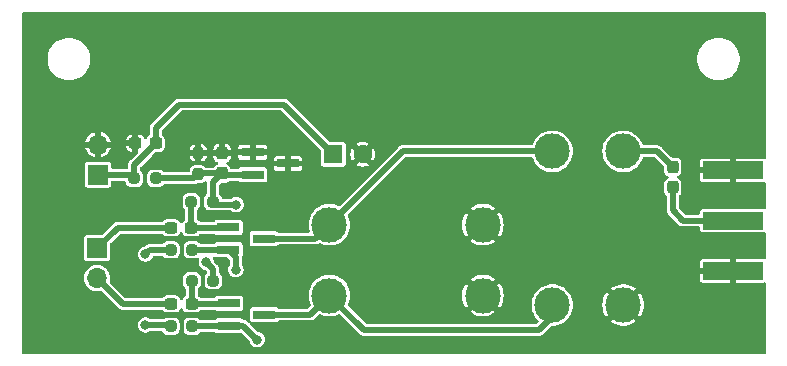
<source format=gtl>
G04 #@! TF.GenerationSoftware,KiCad,Pcbnew,7.0.10*
G04 #@! TF.CreationDate,2024-11-24T13:25:20-08:00*
G04 #@! TF.ProjectId,LoopAntennaPreamp,4c6f6f70-416e-4746-956e-6e6150726561,rev?*
G04 #@! TF.SameCoordinates,Original*
G04 #@! TF.FileFunction,Copper,L1,Top*
G04 #@! TF.FilePolarity,Positive*
%FSLAX46Y46*%
G04 Gerber Fmt 4.6, Leading zero omitted, Abs format (unit mm)*
G04 Created by KiCad (PCBNEW 7.0.10) date 2024-11-24 13:25:20*
%MOMM*%
%LPD*%
G01*
G04 APERTURE LIST*
G04 Aperture macros list*
%AMRoundRect*
0 Rectangle with rounded corners*
0 $1 Rounding radius*
0 $2 $3 $4 $5 $6 $7 $8 $9 X,Y pos of 4 corners*
0 Add a 4 corners polygon primitive as box body*
4,1,4,$2,$3,$4,$5,$6,$7,$8,$9,$2,$3,0*
0 Add four circle primitives for the rounded corners*
1,1,$1+$1,$2,$3*
1,1,$1+$1,$4,$5*
1,1,$1+$1,$6,$7*
1,1,$1+$1,$8,$9*
0 Add four rect primitives between the rounded corners*
20,1,$1+$1,$2,$3,$4,$5,0*
20,1,$1+$1,$4,$5,$6,$7,0*
20,1,$1+$1,$6,$7,$8,$9,0*
20,1,$1+$1,$8,$9,$2,$3,0*%
G04 Aperture macros list end*
G04 #@! TA.AperFunction,ComponentPad*
%ADD10C,3.000000*%
G04 #@! TD*
G04 #@! TA.AperFunction,SMDPad,CuDef*
%ADD11RoundRect,0.237500X-0.250000X-0.237500X0.250000X-0.237500X0.250000X0.237500X-0.250000X0.237500X0*%
G04 #@! TD*
G04 #@! TA.AperFunction,SMDPad,CuDef*
%ADD12RoundRect,0.237500X0.237500X-0.250000X0.237500X0.250000X-0.237500X0.250000X-0.237500X-0.250000X0*%
G04 #@! TD*
G04 #@! TA.AperFunction,SMDPad,CuDef*
%ADD13R,1.900000X0.800000*%
G04 #@! TD*
G04 #@! TA.AperFunction,SMDPad,CuDef*
%ADD14R,5.080000X1.500000*%
G04 #@! TD*
G04 #@! TA.AperFunction,ComponentPad*
%ADD15R,1.700000X1.700000*%
G04 #@! TD*
G04 #@! TA.AperFunction,ComponentPad*
%ADD16O,1.700000X1.700000*%
G04 #@! TD*
G04 #@! TA.AperFunction,ComponentPad*
%ADD17R,1.600000X1.600000*%
G04 #@! TD*
G04 #@! TA.AperFunction,ComponentPad*
%ADD18C,1.600000*%
G04 #@! TD*
G04 #@! TA.AperFunction,SMDPad,CuDef*
%ADD19RoundRect,0.237500X-0.237500X0.300000X-0.237500X-0.300000X0.237500X-0.300000X0.237500X0.300000X0*%
G04 #@! TD*
G04 #@! TA.AperFunction,SMDPad,CuDef*
%ADD20RoundRect,0.237500X-0.300000X-0.237500X0.300000X-0.237500X0.300000X0.237500X-0.300000X0.237500X0*%
G04 #@! TD*
G04 #@! TA.AperFunction,SMDPad,CuDef*
%ADD21RoundRect,0.237500X0.300000X0.237500X-0.300000X0.237500X-0.300000X-0.237500X0.300000X-0.237500X0*%
G04 #@! TD*
G04 #@! TA.AperFunction,ViaPad*
%ADD22C,0.800000*%
G04 #@! TD*
G04 #@! TA.AperFunction,Conductor*
%ADD23C,0.500000*%
G04 #@! TD*
G04 APERTURE END LIST*
D10*
X138510000Y-130590000D03*
X138510000Y-117590000D03*
X132510000Y-130590000D03*
X132510000Y-117590000D03*
X126640000Y-123800000D03*
X113640000Y-123800000D03*
X126640000Y-129800000D03*
X113640000Y-129800000D03*
D11*
X101957500Y-121860000D03*
X103782500Y-121860000D03*
X101997500Y-128530000D03*
X103822500Y-128530000D03*
D12*
X102530000Y-119522500D03*
X102530000Y-117697500D03*
D11*
X97117500Y-119880000D03*
X98942500Y-119880000D03*
X100217500Y-132400000D03*
X102042500Y-132400000D03*
X100217500Y-125930000D03*
X102042500Y-125930000D03*
D13*
X107140000Y-117670000D03*
X107140000Y-119570000D03*
X110140000Y-118620000D03*
X108090000Y-124980000D03*
X105090000Y-125930000D03*
X105090000Y-124030000D03*
X108140000Y-131410000D03*
X105140000Y-132360000D03*
X105140000Y-130460000D03*
D14*
X147830000Y-123450000D03*
X147830000Y-127700000D03*
X147830000Y-119200000D03*
D15*
X94060000Y-119565000D03*
D16*
X94060000Y-117025000D03*
D15*
X93980000Y-125780000D03*
D16*
X93980000Y-128320000D03*
D17*
X113964888Y-117830000D03*
D18*
X116464888Y-117830000D03*
D19*
X142710000Y-118907500D03*
X142710000Y-120632500D03*
X104550000Y-117737500D03*
X104550000Y-119462500D03*
D20*
X98942500Y-116900000D03*
X97217500Y-116900000D03*
D21*
X101992500Y-130510000D03*
X100267500Y-130510000D03*
D20*
X100237500Y-124050000D03*
X101962500Y-124050000D03*
D22*
X105740000Y-122100000D03*
X103220000Y-126990000D03*
X105720000Y-127600000D03*
X107520000Y-133530000D03*
X98070000Y-126300000D03*
X98070000Y-132300000D03*
X90640000Y-122550000D03*
X134350000Y-133520000D03*
X111140000Y-132720000D03*
X90960000Y-132360000D03*
X120140000Y-126800000D03*
X123230000Y-119840000D03*
X132240000Y-110230000D03*
X117280000Y-110380000D03*
X102370000Y-110270000D03*
X96550000Y-115410000D03*
X103600000Y-115070000D03*
X107070000Y-116200000D03*
X110320000Y-120070000D03*
D23*
X104022500Y-122100000D02*
X103782500Y-121860000D01*
X105740000Y-122100000D02*
X104022500Y-122100000D01*
X103822500Y-127592500D02*
X103220000Y-126990000D01*
X103822500Y-128530000D02*
X103822500Y-127592500D01*
X105720000Y-126560000D02*
X105090000Y-125930000D01*
X105720000Y-127600000D02*
X105720000Y-126560000D01*
X106350000Y-132360000D02*
X107520000Y-133530000D01*
X105140000Y-132360000D02*
X106350000Y-132360000D01*
X100217500Y-125930000D02*
X98440000Y-125930000D01*
X98440000Y-125930000D02*
X98070000Y-126300000D01*
X98070000Y-132300000D02*
X100117500Y-132300000D01*
X100117500Y-132300000D02*
X100217500Y-132400000D01*
X97117500Y-118725000D02*
X98942500Y-116900000D01*
X97117500Y-119880000D02*
X97117500Y-118725000D01*
X96802500Y-119565000D02*
X97117500Y-119880000D01*
X94060000Y-119565000D02*
X96802500Y-119565000D01*
X109764888Y-113630000D02*
X113964888Y-117830000D01*
X100910000Y-113630000D02*
X109764888Y-113630000D01*
X98942500Y-115597500D02*
X100910000Y-113630000D01*
X98942500Y-116900000D02*
X98942500Y-115597500D01*
X105070000Y-124050000D02*
X105090000Y-124030000D01*
X101962500Y-124050000D02*
X105070000Y-124050000D01*
X101957500Y-124045000D02*
X101962500Y-124050000D01*
X101957500Y-121860000D02*
X101957500Y-124045000D01*
X95710000Y-124050000D02*
X93980000Y-125780000D01*
X100237500Y-124050000D02*
X95710000Y-124050000D01*
X96170000Y-130510000D02*
X100267500Y-130510000D01*
X93980000Y-128320000D02*
X96170000Y-130510000D01*
X105090000Y-130510000D02*
X105140000Y-130460000D01*
X101992500Y-130510000D02*
X105090000Y-130510000D01*
X101997500Y-130505000D02*
X101992500Y-130510000D01*
X101997500Y-128530000D02*
X101997500Y-130505000D01*
X102042500Y-125930000D02*
X105090000Y-125930000D01*
X102042500Y-132400000D02*
X105100000Y-132400000D01*
X105100000Y-132400000D02*
X105140000Y-132360000D01*
X112030000Y-131410000D02*
X113640000Y-129800000D01*
X108140000Y-131410000D02*
X112030000Y-131410000D01*
X112460000Y-124980000D02*
X113640000Y-123800000D01*
X108090000Y-124980000D02*
X112460000Y-124980000D01*
X103782500Y-120230000D02*
X104550000Y-119462500D01*
X103782500Y-121860000D02*
X103782500Y-120230000D01*
X98942500Y-119880000D02*
X102172500Y-119880000D01*
X102172500Y-119880000D02*
X102530000Y-119522500D01*
X102590000Y-119462500D02*
X102530000Y-119522500D01*
X104550000Y-119462500D02*
X102590000Y-119462500D01*
X107140000Y-119570000D02*
X104657500Y-119570000D01*
X104657500Y-119570000D02*
X104550000Y-119462500D01*
X113640000Y-123800000D02*
X119850000Y-117590000D01*
X119850000Y-117590000D02*
X132510000Y-117590000D01*
X132510000Y-131620000D02*
X132510000Y-130590000D01*
X116540000Y-132700000D02*
X131430000Y-132700000D01*
X131430000Y-132700000D02*
X132510000Y-131620000D01*
X113640000Y-129800000D02*
X116540000Y-132700000D01*
X141392500Y-117590000D02*
X142710000Y-118907500D01*
X138510000Y-117590000D02*
X141392500Y-117590000D01*
X143560000Y-123450000D02*
X147830000Y-123450000D01*
X142710000Y-122600000D02*
X143560000Y-123450000D01*
X142710000Y-120632500D02*
X142710000Y-122600000D01*
G04 #@! TA.AperFunction,Conductor*
G36*
X150532539Y-105800185D02*
G01*
X150578294Y-105852989D01*
X150589500Y-105904500D01*
X150589500Y-118087668D01*
X150569815Y-118154707D01*
X150517011Y-118200462D01*
X150447853Y-118210406D01*
X150441310Y-118209286D01*
X150394624Y-118200000D01*
X148080000Y-118200000D01*
X148080000Y-120200000D01*
X150394625Y-120200000D01*
X150441308Y-120190714D01*
X150510899Y-120196941D01*
X150566077Y-120239803D01*
X150589322Y-120305693D01*
X150589500Y-120312331D01*
X150589500Y-122337158D01*
X150569815Y-122404197D01*
X150517011Y-122449952D01*
X150447853Y-122459896D01*
X150441310Y-122458776D01*
X150394674Y-122449500D01*
X145265326Y-122449500D01*
X145265323Y-122449500D01*
X145192264Y-122464032D01*
X145192260Y-122464033D01*
X145109399Y-122519399D01*
X145054033Y-122602260D01*
X145054032Y-122602264D01*
X145039500Y-122675321D01*
X145039500Y-122825500D01*
X145019815Y-122892539D01*
X144967011Y-122938294D01*
X144915500Y-122949500D01*
X143818676Y-122949500D01*
X143751637Y-122929815D01*
X143730995Y-122913181D01*
X143246819Y-122429005D01*
X143213334Y-122367682D01*
X143210500Y-122341324D01*
X143210500Y-121407277D01*
X143230185Y-121340238D01*
X143260191Y-121308009D01*
X143296115Y-121281117D01*
X143301530Y-121273884D01*
X143380212Y-121168778D01*
X143429251Y-121037299D01*
X143435499Y-120979190D01*
X143435500Y-120979173D01*
X143435500Y-120285826D01*
X143435499Y-120285809D01*
X143429251Y-120227700D01*
X143413509Y-120185494D01*
X143380212Y-120096222D01*
X143296116Y-119983884D01*
X143228612Y-119933351D01*
X143183780Y-119899789D01*
X143183778Y-119899788D01*
X143147295Y-119886180D01*
X143091364Y-119844310D01*
X143066947Y-119778846D01*
X143081799Y-119710573D01*
X143131205Y-119661168D01*
X143147288Y-119653821D01*
X143183778Y-119640212D01*
X143296116Y-119556116D01*
X143375554Y-119450000D01*
X145040000Y-119450000D01*
X145040000Y-119974628D01*
X145054503Y-120047540D01*
X145054505Y-120047544D01*
X145109760Y-120130239D01*
X145192455Y-120185494D01*
X145192459Y-120185496D01*
X145265371Y-120199999D01*
X145265374Y-120200000D01*
X147580000Y-120200000D01*
X147580000Y-119450000D01*
X145040000Y-119450000D01*
X143375554Y-119450000D01*
X143380212Y-119443778D01*
X143429251Y-119312299D01*
X143430423Y-119301396D01*
X143435499Y-119254190D01*
X143435500Y-119254173D01*
X143435500Y-118950000D01*
X145040000Y-118950000D01*
X147580000Y-118950000D01*
X147580000Y-118200000D01*
X145265373Y-118200000D01*
X145192459Y-118214503D01*
X145192455Y-118214505D01*
X145109760Y-118269760D01*
X145054505Y-118352455D01*
X145054503Y-118352459D01*
X145040000Y-118425371D01*
X145040000Y-118950000D01*
X143435500Y-118950000D01*
X143435500Y-118560826D01*
X143435499Y-118560809D01*
X143429251Y-118502700D01*
X143404000Y-118435000D01*
X143380212Y-118371222D01*
X143296116Y-118258884D01*
X143211276Y-118195373D01*
X143183780Y-118174789D01*
X143183778Y-118174788D01*
X143129939Y-118154707D01*
X143052299Y-118125748D01*
X142994190Y-118119500D01*
X142994174Y-118119500D01*
X142681175Y-118119500D01*
X142614136Y-118099815D01*
X142593494Y-118083181D01*
X141793885Y-117283571D01*
X141777250Y-117262928D01*
X141774645Y-117258874D01*
X141774643Y-117258872D01*
X141737114Y-117226353D01*
X141730643Y-117220329D01*
X141721093Y-117210779D01*
X141710285Y-117202688D01*
X141703404Y-117197144D01*
X141665873Y-117164623D01*
X141665872Y-117164622D01*
X141665867Y-117164619D01*
X141661483Y-117162617D01*
X141638694Y-117149096D01*
X141634831Y-117146204D01*
X141634829Y-117146203D01*
X141588290Y-117128845D01*
X141580122Y-117125461D01*
X141534957Y-117104835D01*
X141534955Y-117104834D01*
X141530182Y-117104148D01*
X141504500Y-117097593D01*
X141499986Y-117095909D01*
X141450446Y-117092365D01*
X141441659Y-117091420D01*
X141428299Y-117089500D01*
X141428297Y-117089500D01*
X141414808Y-117089500D01*
X141405961Y-117089184D01*
X141356429Y-117085641D01*
X141356425Y-117085641D01*
X141351715Y-117086666D01*
X141325357Y-117089500D01*
X140278600Y-117089500D01*
X140211561Y-117069815D01*
X140165806Y-117017011D01*
X140163172Y-117010802D01*
X140143234Y-116960000D01*
X140091568Y-116828357D01*
X139960386Y-116601143D01*
X139796805Y-116396019D01*
X139796804Y-116396018D01*
X139796801Y-116396014D01*
X139604479Y-116217567D01*
X139555638Y-116184268D01*
X139387704Y-116069772D01*
X139387700Y-116069770D01*
X139387697Y-116069768D01*
X139387696Y-116069767D01*
X139151325Y-115955938D01*
X139151327Y-115955938D01*
X138900623Y-115878606D01*
X138900619Y-115878605D01*
X138900615Y-115878604D01*
X138775823Y-115859794D01*
X138641187Y-115839500D01*
X138641182Y-115839500D01*
X138378818Y-115839500D01*
X138378812Y-115839500D01*
X138217247Y-115863853D01*
X138119385Y-115878604D01*
X138119382Y-115878605D01*
X138119376Y-115878606D01*
X137868673Y-115955938D01*
X137632303Y-116069767D01*
X137632302Y-116069768D01*
X137415520Y-116217567D01*
X137223198Y-116396014D01*
X137059614Y-116601143D01*
X136928432Y-116828356D01*
X136832582Y-117072578D01*
X136832576Y-117072597D01*
X136774197Y-117328374D01*
X136774196Y-117328379D01*
X136754592Y-117589995D01*
X136754592Y-117590004D01*
X136774196Y-117851620D01*
X136774197Y-117851625D01*
X136832576Y-118107402D01*
X136832578Y-118107411D01*
X136832580Y-118107416D01*
X136928432Y-118351643D01*
X137059614Y-118578857D01*
X137179978Y-118729788D01*
X137223198Y-118783985D01*
X137376495Y-118926222D01*
X137415521Y-118962433D01*
X137632296Y-119110228D01*
X137632301Y-119110230D01*
X137632302Y-119110231D01*
X137632303Y-119110232D01*
X137737202Y-119160748D01*
X137868673Y-119224061D01*
X137868674Y-119224061D01*
X137868677Y-119224063D01*
X138119385Y-119301396D01*
X138378818Y-119340500D01*
X138641182Y-119340500D01*
X138900615Y-119301396D01*
X139151323Y-119224063D01*
X139372512Y-119117544D01*
X139387696Y-119110232D01*
X139387696Y-119110231D01*
X139387704Y-119110228D01*
X139604479Y-118962433D01*
X139768115Y-118810601D01*
X139796801Y-118783985D01*
X139796801Y-118783983D01*
X139796805Y-118783981D01*
X139960386Y-118578857D01*
X140091568Y-118351643D01*
X140163172Y-118169197D01*
X140205988Y-118113984D01*
X140271857Y-118090683D01*
X140278600Y-118090500D01*
X141133824Y-118090500D01*
X141200863Y-118110185D01*
X141221505Y-118126819D01*
X141948181Y-118853494D01*
X141981666Y-118914817D01*
X141984500Y-118941175D01*
X141984500Y-119254190D01*
X141990748Y-119312299D01*
X142039789Y-119443780D01*
X142073351Y-119488612D01*
X142123884Y-119556116D01*
X142236222Y-119640212D01*
X142260198Y-119649154D01*
X142272703Y-119653819D01*
X142328636Y-119695691D01*
X142353052Y-119761155D01*
X142338200Y-119829428D01*
X142288794Y-119878833D01*
X142272703Y-119886181D01*
X142236221Y-119899788D01*
X142123884Y-119983884D01*
X142039789Y-120096219D01*
X141990748Y-120227700D01*
X141984500Y-120285809D01*
X141984500Y-120979190D01*
X141990748Y-121037299D01*
X142039789Y-121168780D01*
X142123884Y-121281117D01*
X142159809Y-121308009D01*
X142201681Y-121363942D01*
X142209500Y-121407277D01*
X142209500Y-122532858D01*
X142206667Y-122559206D01*
X142205641Y-122563927D01*
X142205641Y-122563929D01*
X142205641Y-122563930D01*
X142209184Y-122613461D01*
X142209500Y-122622308D01*
X142209500Y-122635799D01*
X142211420Y-122649154D01*
X142212365Y-122657946D01*
X142215909Y-122707486D01*
X142217593Y-122712000D01*
X142224148Y-122737682D01*
X142224834Y-122742455D01*
X142245457Y-122787612D01*
X142248845Y-122795790D01*
X142266203Y-122842329D01*
X142269096Y-122846194D01*
X142282617Y-122868983D01*
X142284619Y-122873367D01*
X142284622Y-122873372D01*
X142284623Y-122873373D01*
X142317144Y-122910904D01*
X142322688Y-122917785D01*
X142330779Y-122928593D01*
X142340333Y-122938147D01*
X142346353Y-122944614D01*
X142378872Y-122982143D01*
X142378874Y-122982145D01*
X142382928Y-122984750D01*
X142403571Y-123001385D01*
X143158614Y-123756428D01*
X143175246Y-123777066D01*
X143177854Y-123781125D01*
X143177857Y-123781128D01*
X143215400Y-123813658D01*
X143221863Y-123819677D01*
X143231407Y-123829221D01*
X143231413Y-123829226D01*
X143231416Y-123829228D01*
X143242207Y-123837306D01*
X143249100Y-123842860D01*
X143286627Y-123875377D01*
X143291010Y-123877379D01*
X143313807Y-123890905D01*
X143317669Y-123893796D01*
X143364212Y-123911155D01*
X143372360Y-123914530D01*
X143399673Y-123927004D01*
X143417540Y-123935164D01*
X143417541Y-123935164D01*
X143417543Y-123935165D01*
X143422312Y-123935850D01*
X143448002Y-123942407D01*
X143452517Y-123944091D01*
X143502049Y-123947633D01*
X143510843Y-123948579D01*
X143524201Y-123950500D01*
X143537692Y-123950500D01*
X143546538Y-123950815D01*
X143596073Y-123954359D01*
X143600785Y-123953334D01*
X143627143Y-123950500D01*
X144915500Y-123950500D01*
X144982539Y-123970185D01*
X145028294Y-124022989D01*
X145039500Y-124074500D01*
X145039500Y-124224678D01*
X145054032Y-124297735D01*
X145054033Y-124297739D01*
X145067181Y-124317416D01*
X145109399Y-124380601D01*
X145185373Y-124431364D01*
X145192260Y-124435966D01*
X145192264Y-124435967D01*
X145265321Y-124450499D01*
X145265324Y-124450500D01*
X145265326Y-124450500D01*
X150394676Y-124450500D01*
X150441308Y-124441224D01*
X150510899Y-124447451D01*
X150566077Y-124490313D01*
X150589322Y-124556203D01*
X150589500Y-124562841D01*
X150589500Y-126587668D01*
X150569815Y-126654707D01*
X150517011Y-126700462D01*
X150447853Y-126710406D01*
X150441310Y-126709286D01*
X150394624Y-126700000D01*
X148080000Y-126700000D01*
X148080000Y-128700000D01*
X150394625Y-128700000D01*
X150441308Y-128690714D01*
X150510899Y-128696941D01*
X150566077Y-128739803D01*
X150589322Y-128805693D01*
X150589500Y-128812331D01*
X150589500Y-134655500D01*
X150569815Y-134722539D01*
X150517011Y-134768294D01*
X150465500Y-134779500D01*
X87714500Y-134779500D01*
X87647461Y-134759815D01*
X87601706Y-134707011D01*
X87590500Y-134655500D01*
X87590500Y-133330500D01*
X87590855Y-132300000D01*
X97414722Y-132300000D01*
X97433762Y-132456818D01*
X97489780Y-132604523D01*
X97579517Y-132734530D01*
X97697760Y-132839283D01*
X97697762Y-132839284D01*
X97837634Y-132912696D01*
X97991014Y-132950500D01*
X97991015Y-132950500D01*
X98148985Y-132950500D01*
X98302365Y-132912696D01*
X98442233Y-132839287D01*
X98442234Y-132839285D01*
X98442240Y-132839283D01*
X98450818Y-132831683D01*
X98514050Y-132801963D01*
X98533044Y-132800500D01*
X99421361Y-132800500D01*
X99488400Y-132820185D01*
X99528877Y-132866898D01*
X99530537Y-132865993D01*
X99534787Y-132873777D01*
X99534788Y-132873778D01*
X99618884Y-132986116D01*
X99709055Y-133053618D01*
X99730504Y-133069675D01*
X99731222Y-133070212D01*
X99823594Y-133104665D01*
X99862700Y-133119251D01*
X99920809Y-133125499D01*
X99920826Y-133125500D01*
X100514174Y-133125500D01*
X100514190Y-133125499D01*
X100572299Y-133119251D01*
X100703778Y-133070212D01*
X100816116Y-132986116D01*
X100900212Y-132873778D01*
X100949251Y-132742299D01*
X100950086Y-132734530D01*
X100955499Y-132684190D01*
X101304500Y-132684190D01*
X101310748Y-132742299D01*
X101349854Y-132847144D01*
X101359788Y-132873778D01*
X101443884Y-132986116D01*
X101534055Y-133053618D01*
X101555504Y-133069675D01*
X101556222Y-133070212D01*
X101648594Y-133104665D01*
X101687700Y-133119251D01*
X101745809Y-133125499D01*
X101745826Y-133125500D01*
X102339174Y-133125500D01*
X102339190Y-133125499D01*
X102397299Y-133119251D01*
X102528778Y-133070212D01*
X102641116Y-132986116D01*
X102668012Y-132950188D01*
X102723946Y-132908317D01*
X102767278Y-132900500D01*
X103917935Y-132900500D01*
X103984974Y-132920185D01*
X104005613Y-132936815D01*
X104009397Y-132940599D01*
X104009398Y-132940599D01*
X104009399Y-132940601D01*
X104077517Y-132986115D01*
X104092260Y-132995966D01*
X104092264Y-132995967D01*
X104165321Y-133010499D01*
X104165324Y-133010500D01*
X104165326Y-133010500D01*
X106114675Y-133010500D01*
X106139223Y-133005616D01*
X106187740Y-132995966D01*
X106187740Y-132995965D01*
X106198144Y-132993896D01*
X106267736Y-133000123D01*
X106310018Y-133027832D01*
X106841724Y-133559538D01*
X106875209Y-133620861D01*
X106877139Y-133632271D01*
X106883762Y-133686816D01*
X106883763Y-133686821D01*
X106939780Y-133834523D01*
X107029517Y-133964530D01*
X107147760Y-134069283D01*
X107147762Y-134069284D01*
X107287634Y-134142696D01*
X107441014Y-134180500D01*
X107441015Y-134180500D01*
X107598985Y-134180500D01*
X107752365Y-134142696D01*
X107892240Y-134069283D01*
X108010483Y-133964530D01*
X108100220Y-133834523D01*
X108156237Y-133686818D01*
X108175278Y-133530000D01*
X108156237Y-133373182D01*
X108100220Y-133225477D01*
X108010483Y-133095470D01*
X107892240Y-132990717D01*
X107892238Y-132990716D01*
X107892237Y-132990715D01*
X107752366Y-132917304D01*
X107603787Y-132880683D01*
X107545781Y-132847967D01*
X106932297Y-132234483D01*
X106898812Y-132173160D01*
X106903796Y-132103468D01*
X106924294Y-132076085D01*
X106906713Y-132091878D01*
X106837743Y-132103054D01*
X106773679Y-132075168D01*
X106765516Y-132067702D01*
X106751385Y-132053571D01*
X106734750Y-132032928D01*
X106732145Y-132028874D01*
X106732143Y-132028872D01*
X106694614Y-131996353D01*
X106688147Y-131990333D01*
X106678593Y-131980779D01*
X106667785Y-131972688D01*
X106660904Y-131967144D01*
X106623373Y-131934623D01*
X106623372Y-131934622D01*
X106623367Y-131934619D01*
X106618983Y-131932617D01*
X106596194Y-131919096D01*
X106592331Y-131916204D01*
X106592329Y-131916203D01*
X106545790Y-131898845D01*
X106537622Y-131895461D01*
X106492457Y-131874835D01*
X106492455Y-131874834D01*
X106487682Y-131874148D01*
X106462000Y-131867593D01*
X106457486Y-131865909D01*
X106407946Y-131862365D01*
X106399159Y-131861420D01*
X106385799Y-131859500D01*
X106385797Y-131859500D01*
X106381559Y-131859197D01*
X106316096Y-131834777D01*
X106316002Y-131834678D01*
X106939500Y-131834678D01*
X106954032Y-131907735D01*
X106954033Y-131907739D01*
X106956300Y-131911131D01*
X106977177Y-131977809D01*
X106959459Y-132042390D01*
X107011132Y-132023118D01*
X107079405Y-132037970D01*
X107088855Y-132043691D01*
X107092260Y-132045966D01*
X107092262Y-132045966D01*
X107092263Y-132045967D01*
X107165321Y-132060499D01*
X107165324Y-132060500D01*
X107165326Y-132060500D01*
X109114676Y-132060500D01*
X109114677Y-132060499D01*
X109187740Y-132045966D01*
X109270601Y-131990601D01*
X109287300Y-131965609D01*
X109340912Y-131920804D01*
X109390402Y-131910500D01*
X111962857Y-131910500D01*
X111989215Y-131913334D01*
X111993927Y-131914359D01*
X112043461Y-131910815D01*
X112052308Y-131910500D01*
X112065799Y-131910500D01*
X112079156Y-131908579D01*
X112087951Y-131907633D01*
X112137483Y-131904091D01*
X112141992Y-131902408D01*
X112167685Y-131895850D01*
X112172457Y-131895165D01*
X112217637Y-131874530D01*
X112225801Y-131871149D01*
X112272331Y-131853796D01*
X112276189Y-131850907D01*
X112298995Y-131837375D01*
X112303373Y-131835377D01*
X112340899Y-131802859D01*
X112347778Y-131797316D01*
X112358593Y-131789221D01*
X112368155Y-131779658D01*
X112374605Y-131773653D01*
X112412143Y-131741128D01*
X112414751Y-131737068D01*
X112431381Y-131716431D01*
X112744152Y-131403660D01*
X112805473Y-131370177D01*
X112875165Y-131375161D01*
X112885611Y-131379613D01*
X112998677Y-131434063D01*
X113249385Y-131511396D01*
X113508818Y-131550500D01*
X113771182Y-131550500D01*
X114030615Y-131511396D01*
X114281323Y-131434063D01*
X114394369Y-131379622D01*
X114463307Y-131368271D01*
X114527441Y-131395992D01*
X114535849Y-131403662D01*
X116138614Y-133006427D01*
X116155250Y-133027071D01*
X116157857Y-133031128D01*
X116195390Y-133063650D01*
X116201869Y-133069683D01*
X116211396Y-133079210D01*
X116211403Y-133079216D01*
X116211407Y-133079220D01*
X116211410Y-133079222D01*
X116211411Y-133079223D01*
X116222198Y-133087298D01*
X116229091Y-133092853D01*
X116266622Y-133125374D01*
X116266624Y-133125375D01*
X116266625Y-133125375D01*
X116266627Y-133125377D01*
X116271010Y-133127379D01*
X116293807Y-133140905D01*
X116297669Y-133143796D01*
X116344212Y-133161155D01*
X116352360Y-133164530D01*
X116379673Y-133177004D01*
X116397540Y-133185164D01*
X116397541Y-133185164D01*
X116397543Y-133185165D01*
X116402312Y-133185850D01*
X116428002Y-133192407D01*
X116432517Y-133194091D01*
X116482049Y-133197633D01*
X116490843Y-133198579D01*
X116504201Y-133200500D01*
X116517692Y-133200500D01*
X116526538Y-133200815D01*
X116576073Y-133204359D01*
X116580785Y-133203334D01*
X116607143Y-133200500D01*
X131362857Y-133200500D01*
X131389215Y-133203334D01*
X131393927Y-133204359D01*
X131443461Y-133200815D01*
X131452308Y-133200500D01*
X131465799Y-133200500D01*
X131479156Y-133198579D01*
X131487951Y-133197633D01*
X131537483Y-133194091D01*
X131541992Y-133192408D01*
X131567685Y-133185850D01*
X131572457Y-133185165D01*
X131617637Y-133164530D01*
X131625801Y-133161149D01*
X131672331Y-133143796D01*
X131676189Y-133140907D01*
X131698995Y-133127375D01*
X131703373Y-133125377D01*
X131740907Y-133092853D01*
X131747778Y-133087316D01*
X131758593Y-133079221D01*
X131768155Y-133069658D01*
X131774609Y-133063650D01*
X131812143Y-133031128D01*
X131814751Y-133027068D01*
X131831381Y-133006431D01*
X132460995Y-132376819D01*
X132522318Y-132343334D01*
X132548676Y-132340500D01*
X132641182Y-132340500D01*
X132900615Y-132301396D01*
X133151323Y-132224063D01*
X133387704Y-132110228D01*
X133604479Y-131962433D01*
X133764577Y-131813884D01*
X133796801Y-131783985D01*
X133796801Y-131783983D01*
X133796805Y-131783981D01*
X133960386Y-131578857D01*
X134091568Y-131351643D01*
X134187420Y-131107416D01*
X134245802Y-130851630D01*
X134245808Y-130851550D01*
X134265408Y-130590004D01*
X136755093Y-130590004D01*
X136774692Y-130851545D01*
X136774693Y-130851550D01*
X136833058Y-131107270D01*
X136928883Y-131351426D01*
X136928882Y-131351426D01*
X137060027Y-131578573D01*
X137107874Y-131638571D01*
X137947226Y-130799219D01*
X137985901Y-130892588D01*
X138082075Y-131017925D01*
X138207412Y-131114099D01*
X138300779Y-131152772D01*
X137460830Y-131992720D01*
X137632546Y-132109793D01*
X137632550Y-132109795D01*
X137868854Y-132223594D01*
X137868858Y-132223595D01*
X138119494Y-132300907D01*
X138119500Y-132300909D01*
X138378848Y-132339999D01*
X138378857Y-132340000D01*
X138641143Y-132340000D01*
X138641151Y-132339999D01*
X138900499Y-132300909D01*
X138900505Y-132300907D01*
X139151143Y-132223595D01*
X139387445Y-132109798D01*
X139387447Y-132109797D01*
X139559168Y-131992720D01*
X138719220Y-131152772D01*
X138812588Y-131114099D01*
X138937925Y-131017925D01*
X139034099Y-130892589D01*
X139072773Y-130799220D01*
X139912125Y-131638572D01*
X139959971Y-131578573D01*
X140091116Y-131351426D01*
X140186941Y-131107270D01*
X140245306Y-130851550D01*
X140245307Y-130851545D01*
X140264907Y-130590004D01*
X140264907Y-130589995D01*
X140245307Y-130328454D01*
X140245306Y-130328449D01*
X140186941Y-130072729D01*
X140091116Y-129828573D01*
X140091117Y-129828573D01*
X139959972Y-129601426D01*
X139912124Y-129541427D01*
X139072772Y-130380779D01*
X139034099Y-130287412D01*
X138937925Y-130162075D01*
X138812588Y-130065901D01*
X138719220Y-130027227D01*
X139559168Y-129187278D01*
X139387454Y-129070206D01*
X139387445Y-129070201D01*
X139151142Y-128956404D01*
X139151144Y-128956404D01*
X138900505Y-128879092D01*
X138900499Y-128879090D01*
X138641151Y-128840000D01*
X138378848Y-128840000D01*
X138119500Y-128879090D01*
X138119494Y-128879092D01*
X137868858Y-128956404D01*
X137868854Y-128956405D01*
X137632547Y-129070205D01*
X137632539Y-129070210D01*
X137460830Y-129187277D01*
X138300779Y-130027226D01*
X138207412Y-130065901D01*
X138082075Y-130162075D01*
X137985901Y-130287411D01*
X137947227Y-130380779D01*
X137107874Y-129541427D01*
X137060028Y-129601425D01*
X136928883Y-129828573D01*
X136833058Y-130072729D01*
X136774693Y-130328449D01*
X136774692Y-130328454D01*
X136755093Y-130589995D01*
X136755093Y-130590004D01*
X134265408Y-130590004D01*
X134265408Y-130589995D01*
X134245803Y-130328379D01*
X134245802Y-130328374D01*
X134245802Y-130328370D01*
X134187420Y-130072584D01*
X134091568Y-129828357D01*
X133960386Y-129601143D01*
X133796805Y-129396019D01*
X133796804Y-129396018D01*
X133796801Y-129396014D01*
X133604479Y-129217567D01*
X133581620Y-129201982D01*
X133387704Y-129069772D01*
X133387700Y-129069770D01*
X133387697Y-129069768D01*
X133387696Y-129069767D01*
X133151325Y-128955938D01*
X133151327Y-128955938D01*
X132900623Y-128878606D01*
X132900619Y-128878605D01*
X132900615Y-128878604D01*
X132775823Y-128859794D01*
X132641187Y-128839500D01*
X132641182Y-128839500D01*
X132378818Y-128839500D01*
X132378812Y-128839500D01*
X132217247Y-128863853D01*
X132119385Y-128878604D01*
X132119382Y-128878605D01*
X132119376Y-128878606D01*
X131868673Y-128955938D01*
X131632303Y-129069767D01*
X131632302Y-129069768D01*
X131632296Y-129069771D01*
X131632296Y-129069772D01*
X131631654Y-129070210D01*
X131415520Y-129217567D01*
X131223198Y-129396014D01*
X131059614Y-129601143D01*
X130928432Y-129828356D01*
X130832582Y-130072578D01*
X130832576Y-130072597D01*
X130774197Y-130328374D01*
X130774196Y-130328379D01*
X130754592Y-130589995D01*
X130754592Y-130590004D01*
X130774196Y-130851620D01*
X130774197Y-130851625D01*
X130832576Y-131107402D01*
X130832578Y-131107411D01*
X130832580Y-131107416D01*
X130928432Y-131351643D01*
X131059614Y-131578857D01*
X131169322Y-131716426D01*
X131223198Y-131783985D01*
X131326480Y-131879815D01*
X131343760Y-131895849D01*
X131344100Y-131896164D01*
X131379855Y-131956192D01*
X131377480Y-132026022D01*
X131347441Y-132074743D01*
X131259006Y-132163180D01*
X131197683Y-132196666D01*
X131171324Y-132199500D01*
X116798675Y-132199500D01*
X116731636Y-132179815D01*
X116710994Y-132163181D01*
X115247340Y-130699526D01*
X115213855Y-130638203D01*
X115218839Y-130568511D01*
X115219918Y-130565981D01*
X115219873Y-130565963D01*
X115250479Y-130487977D01*
X115317420Y-130317416D01*
X115375802Y-130061630D01*
X115375808Y-130061550D01*
X115395408Y-129800004D01*
X124885093Y-129800004D01*
X124904692Y-130061545D01*
X124904693Y-130061550D01*
X124963058Y-130317270D01*
X125058883Y-130561426D01*
X125058882Y-130561426D01*
X125190027Y-130788573D01*
X125237874Y-130848571D01*
X126077226Y-130009219D01*
X126115901Y-130102588D01*
X126212075Y-130227925D01*
X126337412Y-130324099D01*
X126430779Y-130362772D01*
X125590830Y-131202720D01*
X125762546Y-131319793D01*
X125762550Y-131319795D01*
X125998854Y-131433594D01*
X125998858Y-131433595D01*
X126249494Y-131510907D01*
X126249500Y-131510909D01*
X126508848Y-131549999D01*
X126508857Y-131550000D01*
X126771143Y-131550000D01*
X126771151Y-131549999D01*
X127030499Y-131510909D01*
X127030505Y-131510907D01*
X127281143Y-131433595D01*
X127517445Y-131319798D01*
X127517447Y-131319797D01*
X127689168Y-131202720D01*
X126849220Y-130362772D01*
X126942588Y-130324099D01*
X127067925Y-130227925D01*
X127164099Y-130102589D01*
X127202773Y-130009220D01*
X128042125Y-130848572D01*
X128089971Y-130788573D01*
X128221116Y-130561426D01*
X128316941Y-130317270D01*
X128375306Y-130061550D01*
X128375307Y-130061545D01*
X128394907Y-129800004D01*
X128394907Y-129799995D01*
X128375307Y-129538454D01*
X128375306Y-129538449D01*
X128316941Y-129282729D01*
X128221116Y-129038573D01*
X128221117Y-129038573D01*
X128089972Y-128811426D01*
X128042124Y-128751427D01*
X127202772Y-129590779D01*
X127164099Y-129497412D01*
X127067925Y-129372075D01*
X126942588Y-129275901D01*
X126849220Y-129237227D01*
X127689168Y-128397278D01*
X127517454Y-128280206D01*
X127517445Y-128280201D01*
X127281142Y-128166404D01*
X127281144Y-128166404D01*
X127030505Y-128089092D01*
X127030499Y-128089090D01*
X126771151Y-128050000D01*
X126508848Y-128050000D01*
X126249500Y-128089090D01*
X126249494Y-128089092D01*
X125998858Y-128166404D01*
X125998854Y-128166405D01*
X125762547Y-128280205D01*
X125762539Y-128280210D01*
X125590830Y-128397277D01*
X126430779Y-129237226D01*
X126337412Y-129275901D01*
X126212075Y-129372075D01*
X126115901Y-129497411D01*
X126077227Y-129590779D01*
X125237875Y-128751427D01*
X125237874Y-128751427D01*
X125190028Y-128811425D01*
X125058883Y-129038573D01*
X124963058Y-129282729D01*
X124904693Y-129538449D01*
X124904692Y-129538454D01*
X124885093Y-129799995D01*
X124885093Y-129800004D01*
X115395408Y-129800004D01*
X115395408Y-129799995D01*
X115375803Y-129538379D01*
X115375802Y-129538374D01*
X115375802Y-129538370D01*
X115317420Y-129282584D01*
X115221568Y-129038357D01*
X115090386Y-128811143D01*
X114926805Y-128606019D01*
X114926804Y-128606018D01*
X114926801Y-128606014D01*
X114734479Y-128427567D01*
X114690052Y-128397277D01*
X114517704Y-128279772D01*
X114517700Y-128279770D01*
X114517697Y-128279768D01*
X114517696Y-128279767D01*
X114281325Y-128165938D01*
X114281327Y-128165938D01*
X114030623Y-128088606D01*
X114030619Y-128088605D01*
X114030615Y-128088604D01*
X113905823Y-128069794D01*
X113771187Y-128049500D01*
X113771182Y-128049500D01*
X113508818Y-128049500D01*
X113508812Y-128049500D01*
X113347247Y-128073853D01*
X113249385Y-128088604D01*
X113249382Y-128088605D01*
X113249376Y-128088606D01*
X112998673Y-128165938D01*
X112762303Y-128279767D01*
X112762302Y-128279768D01*
X112762296Y-128279771D01*
X112762296Y-128279772D01*
X112761654Y-128280210D01*
X112545520Y-128427567D01*
X112353198Y-128606014D01*
X112189614Y-128811143D01*
X112058432Y-129038356D01*
X111962582Y-129282578D01*
X111962576Y-129282597D01*
X111904197Y-129538374D01*
X111904196Y-129538379D01*
X111884592Y-129799995D01*
X111884592Y-129800004D01*
X111904196Y-130061620D01*
X111904197Y-130061625D01*
X111962576Y-130317402D01*
X111962578Y-130317411D01*
X111962580Y-130317416D01*
X111993277Y-130395631D01*
X112060127Y-130565962D01*
X112058142Y-130566740D01*
X112068044Y-130627038D01*
X112040293Y-130691160D01*
X112032660Y-130699525D01*
X111859003Y-130873182D01*
X111797683Y-130906666D01*
X111771324Y-130909500D01*
X109390402Y-130909500D01*
X109323363Y-130889815D01*
X109287300Y-130854391D01*
X109270601Y-130829399D01*
X109187739Y-130774033D01*
X109187735Y-130774032D01*
X109114677Y-130759500D01*
X109114674Y-130759500D01*
X107165326Y-130759500D01*
X107165323Y-130759500D01*
X107092264Y-130774032D01*
X107092260Y-130774033D01*
X107009399Y-130829399D01*
X106954033Y-130912260D01*
X106954032Y-130912264D01*
X106939500Y-130985321D01*
X106939500Y-131834678D01*
X106316002Y-131834678D01*
X106287306Y-131804401D01*
X106284341Y-131799963D01*
X106270601Y-131779399D01*
X106187740Y-131724034D01*
X106187739Y-131724033D01*
X106187735Y-131724032D01*
X106114677Y-131709500D01*
X106114674Y-131709500D01*
X104165326Y-131709500D01*
X104165323Y-131709500D01*
X104092264Y-131724032D01*
X104092260Y-131724033D01*
X104016331Y-131774767D01*
X104009399Y-131779399D01*
X103965973Y-131844391D01*
X103912363Y-131889195D01*
X103862872Y-131899500D01*
X102767278Y-131899500D01*
X102700239Y-131879815D01*
X102668012Y-131849812D01*
X102641116Y-131813884D01*
X102528780Y-131729789D01*
X102528778Y-131729788D01*
X102474384Y-131709500D01*
X102397299Y-131680748D01*
X102339190Y-131674500D01*
X102339174Y-131674500D01*
X101745826Y-131674500D01*
X101745809Y-131674500D01*
X101687700Y-131680748D01*
X101556219Y-131729789D01*
X101443884Y-131813884D01*
X101359789Y-131926219D01*
X101310748Y-132057700D01*
X101304500Y-132115809D01*
X101304500Y-132684190D01*
X100955499Y-132684190D01*
X100955500Y-132684173D01*
X100955500Y-132115826D01*
X100955499Y-132115809D01*
X100949251Y-132057700D01*
X100926370Y-131996355D01*
X100900212Y-131926222D01*
X100894877Y-131919096D01*
X100878896Y-131897748D01*
X100816116Y-131813884D01*
X100718929Y-131741130D01*
X100703780Y-131729789D01*
X100703778Y-131729788D01*
X100649384Y-131709500D01*
X100572299Y-131680748D01*
X100514190Y-131674500D01*
X100514174Y-131674500D01*
X99920826Y-131674500D01*
X99920809Y-131674500D01*
X99862700Y-131680748D01*
X99731219Y-131729789D01*
X99671138Y-131774767D01*
X99605674Y-131799184D01*
X99596827Y-131799500D01*
X98533044Y-131799500D01*
X98466005Y-131779815D01*
X98450820Y-131768318D01*
X98442240Y-131760717D01*
X98442238Y-131760716D01*
X98442237Y-131760715D01*
X98442233Y-131760712D01*
X98302365Y-131687303D01*
X98148986Y-131649500D01*
X98148985Y-131649500D01*
X97991015Y-131649500D01*
X97991014Y-131649500D01*
X97837634Y-131687303D01*
X97697762Y-131760715D01*
X97653460Y-131799963D01*
X97583378Y-131862050D01*
X97579516Y-131865471D01*
X97489781Y-131995475D01*
X97489780Y-131995476D01*
X97433762Y-132143181D01*
X97414722Y-132299999D01*
X97414722Y-132300000D01*
X87590855Y-132300000D01*
X87590960Y-131996355D01*
X87592228Y-128320000D01*
X92874785Y-128320000D01*
X92893602Y-128523082D01*
X92949417Y-128719247D01*
X92949422Y-128719260D01*
X93040327Y-128901821D01*
X93163237Y-129064581D01*
X93259535Y-129152367D01*
X93312018Y-129200212D01*
X93313958Y-129201980D01*
X93313960Y-129201982D01*
X93400394Y-129255499D01*
X93487363Y-129309348D01*
X93677544Y-129383024D01*
X93878024Y-129420500D01*
X93878026Y-129420500D01*
X94081974Y-129420500D01*
X94081976Y-129420500D01*
X94262655Y-129386725D01*
X94332168Y-129393756D01*
X94373119Y-129420933D01*
X95768614Y-130816428D01*
X95785246Y-130837066D01*
X95787854Y-130841125D01*
X95787857Y-130841128D01*
X95825400Y-130873658D01*
X95831863Y-130879677D01*
X95841407Y-130889221D01*
X95841413Y-130889226D01*
X95841416Y-130889228D01*
X95852207Y-130897306D01*
X95859100Y-130902860D01*
X95869953Y-130912264D01*
X95896627Y-130935377D01*
X95901010Y-130937379D01*
X95923807Y-130950905D01*
X95927669Y-130953796D01*
X95974212Y-130971155D01*
X95982360Y-130974530D01*
X96002614Y-130983780D01*
X96027540Y-130995164D01*
X96027541Y-130995164D01*
X96027543Y-130995165D01*
X96032312Y-130995850D01*
X96058002Y-131002407D01*
X96062517Y-131004091D01*
X96112049Y-131007633D01*
X96120843Y-131008579D01*
X96134201Y-131010500D01*
X96147692Y-131010500D01*
X96156538Y-131010815D01*
X96206073Y-131014359D01*
X96210785Y-131013334D01*
X96237143Y-131010500D01*
X99492722Y-131010500D01*
X99559761Y-131030185D01*
X99591988Y-131060188D01*
X99618883Y-131096115D01*
X99723666Y-131174556D01*
X99731222Y-131180212D01*
X99823594Y-131214665D01*
X99862700Y-131229251D01*
X99920809Y-131235499D01*
X99920826Y-131235500D01*
X100614174Y-131235500D01*
X100614190Y-131235499D01*
X100672299Y-131229251D01*
X100803778Y-131180212D01*
X100916116Y-131096116D01*
X101000212Y-130983778D01*
X101013819Y-130947295D01*
X101055690Y-130891364D01*
X101121154Y-130866947D01*
X101189427Y-130881799D01*
X101238832Y-130931205D01*
X101246178Y-130947288D01*
X101255077Y-130971146D01*
X101259789Y-130983780D01*
X101282680Y-131014358D01*
X101343884Y-131096116D01*
X101434055Y-131163618D01*
X101448666Y-131174556D01*
X101456222Y-131180212D01*
X101548594Y-131214665D01*
X101587700Y-131229251D01*
X101645809Y-131235499D01*
X101645826Y-131235500D01*
X102339174Y-131235500D01*
X102339190Y-131235499D01*
X102397299Y-131229251D01*
X102528778Y-131180212D01*
X102641116Y-131096116D01*
X102668012Y-131060188D01*
X102723946Y-131018317D01*
X102767278Y-131010500D01*
X103927935Y-131010500D01*
X103994974Y-131030185D01*
X104000624Y-131034738D01*
X104009399Y-131040601D01*
X104092260Y-131095966D01*
X104092263Y-131095966D01*
X104092264Y-131095967D01*
X104165321Y-131110499D01*
X104165324Y-131110500D01*
X104165326Y-131110500D01*
X106114676Y-131110500D01*
X106114677Y-131110499D01*
X106187740Y-131095966D01*
X106270601Y-131040601D01*
X106325966Y-130957740D01*
X106340500Y-130884674D01*
X106340500Y-130035326D01*
X106340500Y-130035323D01*
X106340499Y-130035321D01*
X106325967Y-129962264D01*
X106325966Y-129962260D01*
X106300324Y-129923884D01*
X106270601Y-129879399D01*
X106211318Y-129839788D01*
X106187739Y-129824033D01*
X106187735Y-129824032D01*
X106114677Y-129809500D01*
X106114674Y-129809500D01*
X104165326Y-129809500D01*
X104165323Y-129809500D01*
X104092264Y-129824032D01*
X104092260Y-129824033D01*
X104009398Y-129879399D01*
X103959291Y-129954391D01*
X103905679Y-129999196D01*
X103856189Y-130009500D01*
X102767278Y-130009500D01*
X102700239Y-129989815D01*
X102668012Y-129959812D01*
X102641116Y-129923884D01*
X102547688Y-129853944D01*
X102505818Y-129798011D01*
X102498000Y-129754678D01*
X102498000Y-129251634D01*
X102517685Y-129184595D01*
X102547688Y-129152368D01*
X102596116Y-129116116D01*
X102680212Y-129003778D01*
X102729251Y-128872299D01*
X102735499Y-128814190D01*
X102735500Y-128814173D01*
X102735500Y-128245826D01*
X102735499Y-128245809D01*
X102729251Y-128187700D01*
X102702850Y-128116917D01*
X102680212Y-128056222D01*
X102596116Y-127943884D01*
X102528612Y-127893351D01*
X102483780Y-127859789D01*
X102483778Y-127859788D01*
X102457144Y-127849854D01*
X102352299Y-127810748D01*
X102294190Y-127804500D01*
X102294174Y-127804500D01*
X101700826Y-127804500D01*
X101700809Y-127804500D01*
X101642700Y-127810748D01*
X101511219Y-127859789D01*
X101398884Y-127943884D01*
X101314789Y-128056219D01*
X101265748Y-128187700D01*
X101259500Y-128245809D01*
X101259500Y-128814190D01*
X101265748Y-128872299D01*
X101314789Y-129003780D01*
X101360305Y-129064581D01*
X101398884Y-129116116D01*
X101447310Y-129152367D01*
X101489182Y-129208300D01*
X101497000Y-129251634D01*
X101497000Y-129747192D01*
X101477315Y-129814231D01*
X101447311Y-129846458D01*
X101343884Y-129923884D01*
X101259788Y-130036221D01*
X101246181Y-130072703D01*
X101204309Y-130128636D01*
X101138845Y-130153052D01*
X101070572Y-130138200D01*
X101021167Y-130088794D01*
X101013819Y-130072703D01*
X101009154Y-130060198D01*
X101000212Y-130036222D01*
X100916116Y-129923884D01*
X100848612Y-129873351D01*
X100803780Y-129839789D01*
X100803778Y-129839788D01*
X100772999Y-129828308D01*
X100672299Y-129790748D01*
X100614190Y-129784500D01*
X100614174Y-129784500D01*
X99920826Y-129784500D01*
X99920809Y-129784500D01*
X99862700Y-129790748D01*
X99731219Y-129839789D01*
X99618883Y-129923884D01*
X99591988Y-129959812D01*
X99536054Y-130001683D01*
X99492722Y-130009500D01*
X96428676Y-130009500D01*
X96361637Y-129989815D01*
X96340995Y-129973181D01*
X95079050Y-128711236D01*
X95045565Y-128649913D01*
X95047465Y-128589620D01*
X95059438Y-128547540D01*
X95066397Y-128523083D01*
X95085215Y-128320000D01*
X95066397Y-128116917D01*
X95010582Y-127920750D01*
X95002502Y-127904524D01*
X94920087Y-127739011D01*
X94919673Y-127738179D01*
X94840461Y-127633285D01*
X94796762Y-127575418D01*
X94646041Y-127438019D01*
X94646039Y-127438017D01*
X94472642Y-127330655D01*
X94472635Y-127330651D01*
X94300347Y-127263907D01*
X94282456Y-127256976D01*
X94081976Y-127219500D01*
X93878024Y-127219500D01*
X93677544Y-127256976D01*
X93677541Y-127256976D01*
X93677541Y-127256977D01*
X93487364Y-127330651D01*
X93487357Y-127330655D01*
X93313960Y-127438017D01*
X93313958Y-127438019D01*
X93163237Y-127575418D01*
X93040327Y-127738178D01*
X92949422Y-127920739D01*
X92949417Y-127920752D01*
X92893602Y-128116917D01*
X92874785Y-128319999D01*
X92874785Y-128320000D01*
X87592228Y-128320000D01*
X87592802Y-126654678D01*
X92879500Y-126654678D01*
X92894032Y-126727735D01*
X92894033Y-126727739D01*
X92898571Y-126734530D01*
X92949399Y-126810601D01*
X93012039Y-126852455D01*
X93032260Y-126865966D01*
X93032264Y-126865967D01*
X93105321Y-126880499D01*
X93105324Y-126880500D01*
X93105326Y-126880500D01*
X94854676Y-126880500D01*
X94854677Y-126880499D01*
X94927740Y-126865966D01*
X95010601Y-126810601D01*
X95065966Y-126727740D01*
X95080500Y-126654674D01*
X95080500Y-126300000D01*
X97414722Y-126300000D01*
X97433762Y-126456818D01*
X97480669Y-126580499D01*
X97489780Y-126604523D01*
X97579517Y-126734530D01*
X97697760Y-126839283D01*
X97697762Y-126839284D01*
X97837634Y-126912696D01*
X97991014Y-126950500D01*
X97991015Y-126950500D01*
X98148985Y-126950500D01*
X98302365Y-126912696D01*
X98328199Y-126899137D01*
X98442240Y-126839283D01*
X98560483Y-126734530D01*
X98650220Y-126604523D01*
X98685867Y-126510528D01*
X98728045Y-126454826D01*
X98793642Y-126430769D01*
X98801809Y-126430500D01*
X99492722Y-126430500D01*
X99559761Y-126450185D01*
X99591988Y-126480188D01*
X99614755Y-126510601D01*
X99618884Y-126516116D01*
X99731222Y-126600212D01*
X99807162Y-126628536D01*
X99862700Y-126649251D01*
X99920809Y-126655499D01*
X99920826Y-126655500D01*
X100514174Y-126655500D01*
X100514190Y-126655499D01*
X100572299Y-126649251D01*
X100703778Y-126600212D01*
X100816116Y-126516116D01*
X100900212Y-126403778D01*
X100949251Y-126272299D01*
X100955499Y-126214190D01*
X101304500Y-126214190D01*
X101310748Y-126272299D01*
X101349854Y-126377144D01*
X101359788Y-126403778D01*
X101443884Y-126516116D01*
X101556222Y-126600212D01*
X101632162Y-126628536D01*
X101687700Y-126649251D01*
X101745809Y-126655499D01*
X101745826Y-126655500D01*
X102339174Y-126655500D01*
X102339190Y-126655499D01*
X102383936Y-126650687D01*
X102397299Y-126649251D01*
X102439471Y-126633521D01*
X102509158Y-126628536D01*
X102570482Y-126662019D01*
X102603968Y-126723342D01*
X102598986Y-126793033D01*
X102598746Y-126793672D01*
X102583762Y-126833181D01*
X102564722Y-126989999D01*
X102564722Y-126990000D01*
X102583762Y-127146818D01*
X102628169Y-127263907D01*
X102639780Y-127294523D01*
X102729517Y-127424530D01*
X102847760Y-127529283D01*
X102847762Y-127529284D01*
X102987634Y-127602696D01*
X102987633Y-127602696D01*
X103136211Y-127639316D01*
X103194218Y-127672032D01*
X103261197Y-127739011D01*
X103294682Y-127800334D01*
X103289698Y-127870026D01*
X103247830Y-127925957D01*
X103223886Y-127943882D01*
X103223885Y-127943883D01*
X103139789Y-128056219D01*
X103090748Y-128187700D01*
X103084500Y-128245809D01*
X103084500Y-128814190D01*
X103090748Y-128872299D01*
X103122118Y-128956404D01*
X103139788Y-129003778D01*
X103223884Y-129116116D01*
X103314055Y-129183618D01*
X103335938Y-129200000D01*
X103336222Y-129200212D01*
X103428594Y-129234665D01*
X103467700Y-129249251D01*
X103525809Y-129255499D01*
X103525826Y-129255500D01*
X104119174Y-129255500D01*
X104119190Y-129255499D01*
X104177299Y-129249251D01*
X104308778Y-129200212D01*
X104421116Y-129116116D01*
X104505212Y-129003778D01*
X104554251Y-128872299D01*
X104560499Y-128814190D01*
X104560500Y-128814173D01*
X104560500Y-128245826D01*
X104560499Y-128245809D01*
X104554251Y-128187700D01*
X104527850Y-128116917D01*
X104505212Y-128056222D01*
X104421116Y-127943884D01*
X104390216Y-127920752D01*
X104372688Y-127907630D01*
X104330818Y-127851696D01*
X104323000Y-127808364D01*
X104323000Y-127659643D01*
X104325834Y-127633285D01*
X104326859Y-127628573D01*
X104323316Y-127579037D01*
X104323000Y-127570190D01*
X104323000Y-127556701D01*
X104321079Y-127543343D01*
X104320133Y-127534545D01*
X104319757Y-127529283D01*
X104316591Y-127485017D01*
X104314907Y-127480502D01*
X104308350Y-127454812D01*
X104307665Y-127450043D01*
X104307645Y-127450000D01*
X104296012Y-127424528D01*
X104287030Y-127404860D01*
X104283655Y-127396712D01*
X104266296Y-127350169D01*
X104263405Y-127346307D01*
X104249879Y-127323510D01*
X104247877Y-127319127D01*
X104227383Y-127295476D01*
X104215360Y-127281600D01*
X104209806Y-127274707D01*
X104201728Y-127263916D01*
X104201726Y-127263913D01*
X104201721Y-127263907D01*
X104192177Y-127254363D01*
X104186158Y-127247900D01*
X104153628Y-127210357D01*
X104153625Y-127210354D01*
X104149566Y-127207746D01*
X104128928Y-127191114D01*
X103898274Y-126960460D01*
X103864789Y-126899137D01*
X103862859Y-126887724D01*
X103860217Y-126865966D01*
X103856237Y-126833182D01*
X103800220Y-126685477D01*
X103800215Y-126685470D01*
X103799319Y-126683761D01*
X103799039Y-126682364D01*
X103797560Y-126678464D01*
X103798208Y-126678218D01*
X103785595Y-126615252D01*
X103811087Y-126550199D01*
X103867704Y-126509256D01*
X103937468Y-126505421D01*
X103978003Y-126523031D01*
X104042260Y-126565966D01*
X104042264Y-126565967D01*
X104115321Y-126580499D01*
X104115324Y-126580500D01*
X104115326Y-126580500D01*
X104981324Y-126580500D01*
X105048363Y-126600185D01*
X105069005Y-126616819D01*
X105183181Y-126730995D01*
X105216666Y-126792318D01*
X105219500Y-126818676D01*
X105219500Y-127141342D01*
X105199815Y-127208381D01*
X105197550Y-127211782D01*
X105139781Y-127295475D01*
X105139780Y-127295476D01*
X105083762Y-127443181D01*
X105064722Y-127599999D01*
X105064722Y-127600000D01*
X105083762Y-127756818D01*
X105126697Y-127870026D01*
X105139780Y-127904523D01*
X105229517Y-128034530D01*
X105347760Y-128139283D01*
X105347762Y-128139284D01*
X105487634Y-128212696D01*
X105641014Y-128250500D01*
X105641015Y-128250500D01*
X105798985Y-128250500D01*
X105952365Y-128212696D01*
X105999990Y-128187700D01*
X106092240Y-128139283D01*
X106210483Y-128034530D01*
X106268830Y-127950000D01*
X145040000Y-127950000D01*
X145040000Y-128474628D01*
X145054503Y-128547540D01*
X145054505Y-128547544D01*
X145109760Y-128630239D01*
X145192455Y-128685494D01*
X145192459Y-128685496D01*
X145265371Y-128699999D01*
X145265374Y-128700000D01*
X147580000Y-128700000D01*
X147580000Y-127950000D01*
X145040000Y-127950000D01*
X106268830Y-127950000D01*
X106300220Y-127904523D01*
X106356237Y-127756818D01*
X106375278Y-127600000D01*
X106371659Y-127570190D01*
X106357065Y-127450000D01*
X145040000Y-127450000D01*
X147580000Y-127450000D01*
X147580000Y-126700000D01*
X145265373Y-126700000D01*
X145192459Y-126714503D01*
X145192455Y-126714505D01*
X145109760Y-126769760D01*
X145054505Y-126852455D01*
X145054503Y-126852459D01*
X145040000Y-126925371D01*
X145040000Y-127450000D01*
X106357065Y-127450000D01*
X106356237Y-127443181D01*
X106320962Y-127350169D01*
X106300220Y-127295477D01*
X106242450Y-127211782D01*
X106220567Y-127145427D01*
X106220500Y-127141342D01*
X106220500Y-126627143D01*
X106223334Y-126600785D01*
X106224359Y-126596073D01*
X106221505Y-126556180D01*
X106236355Y-126487910D01*
X106242078Y-126478457D01*
X106275966Y-126427740D01*
X106290500Y-126354674D01*
X106290500Y-125505326D01*
X106290500Y-125505323D01*
X106290499Y-125505321D01*
X106275967Y-125432264D01*
X106275966Y-125432260D01*
X106259336Y-125407371D01*
X106257537Y-125404678D01*
X106889500Y-125404678D01*
X106904032Y-125477735D01*
X106904033Y-125477739D01*
X106911624Y-125489100D01*
X106959399Y-125560601D01*
X107016677Y-125598872D01*
X107042260Y-125615966D01*
X107042264Y-125615967D01*
X107115321Y-125630499D01*
X107115324Y-125630500D01*
X107115326Y-125630500D01*
X109064676Y-125630500D01*
X109064677Y-125630499D01*
X109137740Y-125615966D01*
X109220601Y-125560601D01*
X109237300Y-125535609D01*
X109290912Y-125490804D01*
X109340402Y-125480500D01*
X112392857Y-125480500D01*
X112419215Y-125483334D01*
X112423927Y-125484359D01*
X112473461Y-125480815D01*
X112482308Y-125480500D01*
X112495799Y-125480500D01*
X112509156Y-125478579D01*
X112517951Y-125477633D01*
X112567483Y-125474091D01*
X112571992Y-125472408D01*
X112597685Y-125465850D01*
X112602457Y-125465165D01*
X112647637Y-125444530D01*
X112655801Y-125441149D01*
X112702331Y-125423796D01*
X112706189Y-125420907D01*
X112728995Y-125407375D01*
X112733373Y-125405377D01*
X112745280Y-125395058D01*
X112808832Y-125366032D01*
X112877991Y-125375972D01*
X112880239Y-125377026D01*
X112998677Y-125434063D01*
X113249385Y-125511396D01*
X113508818Y-125550500D01*
X113771182Y-125550500D01*
X114030615Y-125511396D01*
X114281323Y-125434063D01*
X114517704Y-125320228D01*
X114734479Y-125172433D01*
X114926805Y-124993981D01*
X115090386Y-124788857D01*
X115221568Y-124561643D01*
X115317420Y-124317416D01*
X115375802Y-124061630D01*
X115375808Y-124061550D01*
X115395408Y-123800004D01*
X124885093Y-123800004D01*
X124904692Y-124061545D01*
X124904693Y-124061550D01*
X124963058Y-124317270D01*
X125058883Y-124561426D01*
X125058882Y-124561426D01*
X125190027Y-124788573D01*
X125237874Y-124848571D01*
X126077226Y-124009219D01*
X126115901Y-124102588D01*
X126212075Y-124227925D01*
X126337412Y-124324099D01*
X126430779Y-124362772D01*
X125590830Y-125202720D01*
X125762546Y-125319793D01*
X125762550Y-125319795D01*
X125998854Y-125433594D01*
X125998858Y-125433595D01*
X126249494Y-125510907D01*
X126249500Y-125510909D01*
X126508848Y-125549999D01*
X126508857Y-125550000D01*
X126771143Y-125550000D01*
X126771151Y-125549999D01*
X127030499Y-125510909D01*
X127030505Y-125510907D01*
X127281143Y-125433595D01*
X127517445Y-125319798D01*
X127517447Y-125319797D01*
X127689168Y-125202720D01*
X126849220Y-124362772D01*
X126942588Y-124324099D01*
X127067925Y-124227925D01*
X127164099Y-124102589D01*
X127202773Y-124009220D01*
X128042125Y-124848572D01*
X128089971Y-124788573D01*
X128221116Y-124561426D01*
X128316941Y-124317270D01*
X128375306Y-124061550D01*
X128375307Y-124061545D01*
X128394907Y-123800004D01*
X128394907Y-123799995D01*
X128375307Y-123538454D01*
X128375306Y-123538449D01*
X128316941Y-123282729D01*
X128221116Y-123038573D01*
X128221117Y-123038573D01*
X128089972Y-122811426D01*
X128042124Y-122751427D01*
X127202772Y-123590779D01*
X127164099Y-123497412D01*
X127067925Y-123372075D01*
X126942588Y-123275901D01*
X126849220Y-123237227D01*
X127689168Y-122397278D01*
X127517454Y-122280206D01*
X127517445Y-122280201D01*
X127281142Y-122166404D01*
X127281144Y-122166404D01*
X127030505Y-122089092D01*
X127030499Y-122089090D01*
X126771151Y-122050000D01*
X126508848Y-122050000D01*
X126249500Y-122089090D01*
X126249494Y-122089092D01*
X125998858Y-122166404D01*
X125998854Y-122166405D01*
X125762547Y-122280205D01*
X125762539Y-122280210D01*
X125590830Y-122397277D01*
X126430779Y-123237226D01*
X126337412Y-123275901D01*
X126212075Y-123372075D01*
X126115901Y-123497411D01*
X126077227Y-123590779D01*
X125237875Y-122751427D01*
X125237874Y-122751427D01*
X125190028Y-122811425D01*
X125058883Y-123038573D01*
X124963058Y-123282729D01*
X124904693Y-123538449D01*
X124904692Y-123538454D01*
X124885093Y-123799995D01*
X124885093Y-123800004D01*
X115395408Y-123800004D01*
X115395408Y-123799995D01*
X115375803Y-123538379D01*
X115375802Y-123538374D01*
X115375802Y-123538370D01*
X115317420Y-123282584D01*
X115221568Y-123038357D01*
X115219873Y-123034038D01*
X115221892Y-123033245D01*
X115211932Y-122973138D01*
X115239590Y-122908976D01*
X115247328Y-122900484D01*
X120020995Y-118126819D01*
X120082318Y-118093334D01*
X120108676Y-118090500D01*
X130741400Y-118090500D01*
X130808439Y-118110185D01*
X130854194Y-118162989D01*
X130856823Y-118169186D01*
X130928432Y-118351643D01*
X131059614Y-118578857D01*
X131179978Y-118729788D01*
X131223198Y-118783985D01*
X131376495Y-118926222D01*
X131415521Y-118962433D01*
X131632296Y-119110228D01*
X131632301Y-119110230D01*
X131632302Y-119110231D01*
X131632303Y-119110232D01*
X131737202Y-119160748D01*
X131868673Y-119224061D01*
X131868674Y-119224061D01*
X131868677Y-119224063D01*
X132119385Y-119301396D01*
X132378818Y-119340500D01*
X132641182Y-119340500D01*
X132900615Y-119301396D01*
X133151323Y-119224063D01*
X133372512Y-119117544D01*
X133387696Y-119110232D01*
X133387696Y-119110231D01*
X133387704Y-119110228D01*
X133604479Y-118962433D01*
X133768115Y-118810601D01*
X133796801Y-118783985D01*
X133796801Y-118783983D01*
X133796805Y-118783981D01*
X133960386Y-118578857D01*
X134091568Y-118351643D01*
X134187420Y-118107416D01*
X134245802Y-117851630D01*
X134251976Y-117769242D01*
X134265408Y-117590004D01*
X134265408Y-117589995D01*
X134245803Y-117328379D01*
X134245802Y-117328374D01*
X134245802Y-117328370D01*
X134187420Y-117072584D01*
X134091568Y-116828357D01*
X133960386Y-116601143D01*
X133796805Y-116396019D01*
X133796804Y-116396018D01*
X133796801Y-116396014D01*
X133604479Y-116217567D01*
X133555638Y-116184268D01*
X133387704Y-116069772D01*
X133387700Y-116069770D01*
X133387697Y-116069768D01*
X133387696Y-116069767D01*
X133151325Y-115955938D01*
X133151327Y-115955938D01*
X132900623Y-115878606D01*
X132900619Y-115878605D01*
X132900615Y-115878604D01*
X132775823Y-115859794D01*
X132641187Y-115839500D01*
X132641182Y-115839500D01*
X132378818Y-115839500D01*
X132378812Y-115839500D01*
X132217247Y-115863853D01*
X132119385Y-115878604D01*
X132119382Y-115878605D01*
X132119376Y-115878606D01*
X131868673Y-115955938D01*
X131632303Y-116069767D01*
X131632302Y-116069768D01*
X131415520Y-116217567D01*
X131223198Y-116396014D01*
X131059614Y-116601143D01*
X130928432Y-116828356D01*
X130856828Y-117010802D01*
X130814012Y-117066016D01*
X130748143Y-117089317D01*
X130741400Y-117089500D01*
X119917143Y-117089500D01*
X119890785Y-117086666D01*
X119886074Y-117085641D01*
X119886070Y-117085641D01*
X119836539Y-117089184D01*
X119827692Y-117089500D01*
X119814200Y-117089500D01*
X119812392Y-117089760D01*
X119800840Y-117091420D01*
X119792054Y-117092365D01*
X119742516Y-117095909D01*
X119742513Y-117095910D01*
X119737986Y-117097598D01*
X119712327Y-117104146D01*
X119707550Y-117104833D01*
X119707543Y-117104835D01*
X119662365Y-117125466D01*
X119654191Y-117128851D01*
X119607675Y-117146200D01*
X119607664Y-117146206D01*
X119603799Y-117149100D01*
X119581020Y-117162615D01*
X119576636Y-117164617D01*
X119576625Y-117164624D01*
X119539108Y-117197132D01*
X119532226Y-117202678D01*
X119521403Y-117210780D01*
X119511854Y-117220329D01*
X119505384Y-117226353D01*
X119467861Y-117258867D01*
X119467854Y-117258876D01*
X119465243Y-117262938D01*
X119448616Y-117283568D01*
X114535848Y-122196336D01*
X114474525Y-122229821D01*
X114404833Y-122224837D01*
X114394366Y-122220375D01*
X114281325Y-122165938D01*
X114281327Y-122165938D01*
X114030623Y-122088606D01*
X114030619Y-122088605D01*
X114030615Y-122088604D01*
X113905823Y-122069794D01*
X113771187Y-122049500D01*
X113771182Y-122049500D01*
X113508818Y-122049500D01*
X113508812Y-122049500D01*
X113347247Y-122073853D01*
X113249385Y-122088604D01*
X113249382Y-122088605D01*
X113249376Y-122088606D01*
X112998673Y-122165938D01*
X112762303Y-122279767D01*
X112762302Y-122279768D01*
X112762296Y-122279771D01*
X112762296Y-122279772D01*
X112761654Y-122280210D01*
X112545520Y-122427567D01*
X112353198Y-122606014D01*
X112189614Y-122811143D01*
X112058432Y-123038356D01*
X111962582Y-123282578D01*
X111962576Y-123282597D01*
X111904197Y-123538374D01*
X111904196Y-123538379D01*
X111884592Y-123799995D01*
X111884592Y-123800004D01*
X111904196Y-124061620D01*
X111904197Y-124061625D01*
X111962579Y-124317416D01*
X111963052Y-124318948D01*
X111963059Y-124319520D01*
X111963612Y-124321940D01*
X111963094Y-124322058D01*
X111964004Y-124388811D01*
X111927033Y-124448098D01*
X111863879Y-124477986D01*
X111844562Y-124479500D01*
X109340402Y-124479500D01*
X109273363Y-124459815D01*
X109237300Y-124424391D01*
X109220601Y-124399399D01*
X109137739Y-124344033D01*
X109137735Y-124344032D01*
X109064677Y-124329500D01*
X109064674Y-124329500D01*
X107115326Y-124329500D01*
X107115323Y-124329500D01*
X107042264Y-124344032D01*
X107042260Y-124344033D01*
X106959399Y-124399399D01*
X106904033Y-124482260D01*
X106904032Y-124482264D01*
X106889500Y-124555321D01*
X106889500Y-125404678D01*
X106257537Y-125404678D01*
X106220601Y-125349399D01*
X106137740Y-125294034D01*
X106137739Y-125294033D01*
X106137735Y-125294032D01*
X106064677Y-125279500D01*
X106064674Y-125279500D01*
X104115326Y-125279500D01*
X104115323Y-125279500D01*
X104042264Y-125294032D01*
X104042260Y-125294033D01*
X103959398Y-125349399D01*
X103942700Y-125374391D01*
X103889088Y-125419196D01*
X103839598Y-125429500D01*
X102767278Y-125429500D01*
X102700239Y-125409815D01*
X102668012Y-125379812D01*
X102641116Y-125343884D01*
X102528780Y-125259789D01*
X102528778Y-125259788D01*
X102502144Y-125249854D01*
X102397299Y-125210748D01*
X102339190Y-125204500D01*
X102339174Y-125204500D01*
X101745826Y-125204500D01*
X101745809Y-125204500D01*
X101687700Y-125210748D01*
X101556219Y-125259789D01*
X101443884Y-125343884D01*
X101359789Y-125456219D01*
X101310748Y-125587700D01*
X101304500Y-125645809D01*
X101304500Y-126214190D01*
X100955499Y-126214190D01*
X100955500Y-126214173D01*
X100955500Y-125645826D01*
X100955499Y-125645809D01*
X100949251Y-125587700D01*
X100929822Y-125535609D01*
X100900212Y-125456222D01*
X100891462Y-125444534D01*
X100874356Y-125421683D01*
X100816116Y-125343884D01*
X100730110Y-125279500D01*
X100703780Y-125259789D01*
X100703778Y-125259788D01*
X100677144Y-125249854D01*
X100572299Y-125210748D01*
X100514190Y-125204500D01*
X100514174Y-125204500D01*
X99920826Y-125204500D01*
X99920809Y-125204500D01*
X99862700Y-125210748D01*
X99731219Y-125259789D01*
X99618883Y-125343884D01*
X99591988Y-125379812D01*
X99536054Y-125421683D01*
X99492722Y-125429500D01*
X98507143Y-125429500D01*
X98480785Y-125426666D01*
X98476074Y-125425641D01*
X98476070Y-125425641D01*
X98426539Y-125429184D01*
X98417692Y-125429500D01*
X98404200Y-125429500D01*
X98398063Y-125430382D01*
X98390840Y-125431420D01*
X98382054Y-125432365D01*
X98332516Y-125435909D01*
X98332513Y-125435910D01*
X98327986Y-125437598D01*
X98302327Y-125444146D01*
X98297550Y-125444833D01*
X98297543Y-125444835D01*
X98252365Y-125465466D01*
X98244191Y-125468851D01*
X98197675Y-125486200D01*
X98197664Y-125486206D01*
X98193799Y-125489100D01*
X98171020Y-125502615D01*
X98166636Y-125504617D01*
X98166625Y-125504624D01*
X98129108Y-125537132D01*
X98122226Y-125542678D01*
X98111403Y-125550780D01*
X98101854Y-125560329D01*
X98095384Y-125566353D01*
X98057861Y-125598867D01*
X98052055Y-125605569D01*
X98050848Y-125604523D01*
X98005656Y-125643674D01*
X97983833Y-125651270D01*
X97837633Y-125687304D01*
X97697762Y-125760715D01*
X97579516Y-125865471D01*
X97489781Y-125995475D01*
X97489780Y-125995476D01*
X97433762Y-126143181D01*
X97414722Y-126299999D01*
X97414722Y-126300000D01*
X95080500Y-126300000D01*
X95080500Y-125438676D01*
X95100185Y-125371637D01*
X95116819Y-125350995D01*
X95880995Y-124586819D01*
X95942318Y-124553334D01*
X95968676Y-124550500D01*
X99462722Y-124550500D01*
X99529761Y-124570185D01*
X99561988Y-124600188D01*
X99588883Y-124636115D01*
X99648173Y-124680500D01*
X99701222Y-124720212D01*
X99779476Y-124749399D01*
X99832700Y-124769251D01*
X99890809Y-124775499D01*
X99890826Y-124775500D01*
X100584174Y-124775500D01*
X100584190Y-124775499D01*
X100642299Y-124769251D01*
X100773778Y-124720212D01*
X100886116Y-124636116D01*
X100970212Y-124523778D01*
X100983819Y-124487295D01*
X101025690Y-124431364D01*
X101091154Y-124406947D01*
X101159427Y-124421799D01*
X101208832Y-124471205D01*
X101216178Y-124487288D01*
X101229788Y-124523778D01*
X101229789Y-124523780D01*
X101253401Y-124555321D01*
X101313884Y-124636116D01*
X101426222Y-124720212D01*
X101504476Y-124749399D01*
X101557700Y-124769251D01*
X101615809Y-124775499D01*
X101615826Y-124775500D01*
X102309174Y-124775500D01*
X102309190Y-124775499D01*
X102367299Y-124769251D01*
X102498778Y-124720212D01*
X102611116Y-124636116D01*
X102630216Y-124610602D01*
X102638012Y-124600188D01*
X102693946Y-124558317D01*
X102737278Y-124550500D01*
X103852962Y-124550500D01*
X103920001Y-124570185D01*
X103956062Y-124605607D01*
X103959399Y-124610601D01*
X104042260Y-124665966D01*
X104042263Y-124665966D01*
X104042264Y-124665967D01*
X104115321Y-124680499D01*
X104115324Y-124680500D01*
X104115326Y-124680500D01*
X106064676Y-124680500D01*
X106064677Y-124680499D01*
X106137740Y-124665966D01*
X106220601Y-124610601D01*
X106275966Y-124527740D01*
X106290500Y-124454674D01*
X106290500Y-123605326D01*
X106290500Y-123605323D01*
X106290499Y-123605321D01*
X106275967Y-123532264D01*
X106275966Y-123532260D01*
X106254285Y-123499812D01*
X106220601Y-123449399D01*
X106137740Y-123394034D01*
X106137739Y-123394033D01*
X106137735Y-123394032D01*
X106064677Y-123379500D01*
X106064674Y-123379500D01*
X104115326Y-123379500D01*
X104115323Y-123379500D01*
X104042264Y-123394032D01*
X104042260Y-123394033D01*
X103963817Y-123446447D01*
X103959399Y-123449399D01*
X103929336Y-123494390D01*
X103875726Y-123539196D01*
X103826235Y-123549500D01*
X102737278Y-123549500D01*
X102670239Y-123529815D01*
X102638012Y-123499812D01*
X102611116Y-123463884D01*
X102517807Y-123394033D01*
X102507688Y-123386458D01*
X102465818Y-123330525D01*
X102458000Y-123287192D01*
X102458000Y-122581634D01*
X102477685Y-122514595D01*
X102507688Y-122482368D01*
X102556116Y-122446116D01*
X102640212Y-122333778D01*
X102689251Y-122202299D01*
X102693110Y-122166405D01*
X102695499Y-122144190D01*
X102695500Y-122144173D01*
X102695500Y-121575826D01*
X102695499Y-121575809D01*
X102689251Y-121517700D01*
X102663813Y-121449500D01*
X102640212Y-121386222D01*
X102556116Y-121273884D01*
X102464637Y-121205403D01*
X102443780Y-121189789D01*
X102443778Y-121189788D01*
X102417144Y-121179854D01*
X102312299Y-121140748D01*
X102254190Y-121134500D01*
X102254174Y-121134500D01*
X101660826Y-121134500D01*
X101660809Y-121134500D01*
X101602700Y-121140748D01*
X101471219Y-121189789D01*
X101358884Y-121273884D01*
X101274789Y-121386219D01*
X101225748Y-121517700D01*
X101219500Y-121575809D01*
X101219500Y-122144190D01*
X101225748Y-122202299D01*
X101274789Y-122333780D01*
X101327748Y-122404523D01*
X101358884Y-122446116D01*
X101407310Y-122482367D01*
X101449182Y-122538300D01*
X101457000Y-122581634D01*
X101457000Y-123294678D01*
X101437315Y-123361717D01*
X101407311Y-123393944D01*
X101407193Y-123394033D01*
X101313884Y-123463884D01*
X101229788Y-123576221D01*
X101216181Y-123612703D01*
X101174309Y-123668636D01*
X101108845Y-123693052D01*
X101040572Y-123678200D01*
X100991167Y-123628794D01*
X100983819Y-123612703D01*
X100974922Y-123588851D01*
X100970212Y-123576222D01*
X100886116Y-123463884D01*
X100818612Y-123413351D01*
X100773780Y-123379789D01*
X100773778Y-123379788D01*
X100742999Y-123368308D01*
X100642299Y-123330748D01*
X100584190Y-123324500D01*
X100584174Y-123324500D01*
X99890826Y-123324500D01*
X99890809Y-123324500D01*
X99832700Y-123330748D01*
X99701219Y-123379789D01*
X99588883Y-123463884D01*
X99561988Y-123499812D01*
X99506054Y-123541683D01*
X99462722Y-123549500D01*
X95777138Y-123549500D01*
X95750781Y-123546666D01*
X95746076Y-123545642D01*
X95746068Y-123545642D01*
X95696547Y-123549184D01*
X95687701Y-123549500D01*
X95674197Y-123549500D01*
X95660835Y-123551421D01*
X95652045Y-123552366D01*
X95602517Y-123555909D01*
X95602514Y-123555910D01*
X95597996Y-123557595D01*
X95572320Y-123564148D01*
X95567541Y-123564835D01*
X95522367Y-123585465D01*
X95514194Y-123588851D01*
X95467667Y-123606205D01*
X95467667Y-123606206D01*
X95463802Y-123609099D01*
X95441020Y-123622616D01*
X95436631Y-123624620D01*
X95436630Y-123624621D01*
X95436628Y-123624622D01*
X95436627Y-123624623D01*
X95414993Y-123643369D01*
X95399089Y-123657149D01*
X95392215Y-123662688D01*
X95384270Y-123668636D01*
X95381402Y-123670783D01*
X95371853Y-123680331D01*
X95365387Y-123686350D01*
X95327862Y-123718866D01*
X95327854Y-123718876D01*
X95325243Y-123722938D01*
X95308616Y-123743568D01*
X94409005Y-124643181D01*
X94347682Y-124676666D01*
X94321324Y-124679500D01*
X93105323Y-124679500D01*
X93032264Y-124694032D01*
X93032260Y-124694033D01*
X92949399Y-124749399D01*
X92894033Y-124832260D01*
X92894032Y-124832264D01*
X92879500Y-124905321D01*
X92879500Y-126654678D01*
X87592802Y-126654678D01*
X87594946Y-120439678D01*
X92959500Y-120439678D01*
X92974032Y-120512735D01*
X92974033Y-120512739D01*
X92974034Y-120512740D01*
X93029399Y-120595601D01*
X93112260Y-120650966D01*
X93112264Y-120650967D01*
X93185321Y-120665499D01*
X93185324Y-120665500D01*
X93185326Y-120665500D01*
X94934676Y-120665500D01*
X94934677Y-120665499D01*
X95007740Y-120650966D01*
X95090601Y-120595601D01*
X95145966Y-120512740D01*
X95160500Y-120439674D01*
X95160500Y-120189500D01*
X95180185Y-120122461D01*
X95232989Y-120076706D01*
X95284500Y-120065500D01*
X96257508Y-120065500D01*
X96324547Y-120085185D01*
X96370302Y-120137989D01*
X96380797Y-120176244D01*
X96385748Y-120222299D01*
X96434789Y-120353780D01*
X96457680Y-120384358D01*
X96518884Y-120466116D01*
X96631222Y-120550212D01*
X96723594Y-120584665D01*
X96762700Y-120599251D01*
X96820809Y-120605499D01*
X96820826Y-120605500D01*
X97414174Y-120605500D01*
X97414190Y-120605499D01*
X97472299Y-120599251D01*
X97482085Y-120595601D01*
X97603778Y-120550212D01*
X97716116Y-120466116D01*
X97800212Y-120353778D01*
X97849251Y-120222299D01*
X97851088Y-120205210D01*
X97855499Y-120164190D01*
X98204500Y-120164190D01*
X98210748Y-120222299D01*
X98259789Y-120353780D01*
X98282680Y-120384358D01*
X98343884Y-120466116D01*
X98456222Y-120550212D01*
X98548594Y-120584665D01*
X98587700Y-120599251D01*
X98645809Y-120605499D01*
X98645826Y-120605500D01*
X99239174Y-120605500D01*
X99239190Y-120605499D01*
X99297299Y-120599251D01*
X99307085Y-120595601D01*
X99428778Y-120550212D01*
X99541116Y-120466116D01*
X99559328Y-120441787D01*
X99568012Y-120430188D01*
X99623946Y-120388317D01*
X99667278Y-120380500D01*
X102105357Y-120380500D01*
X102131715Y-120383334D01*
X102136427Y-120384359D01*
X102185961Y-120380815D01*
X102194808Y-120380500D01*
X102208299Y-120380500D01*
X102221656Y-120378579D01*
X102230451Y-120377633D01*
X102279983Y-120374091D01*
X102284492Y-120372408D01*
X102310185Y-120365850D01*
X102314957Y-120365165D01*
X102360137Y-120344530D01*
X102368301Y-120341149D01*
X102414831Y-120323796D01*
X102418689Y-120320907D01*
X102441495Y-120307375D01*
X102445873Y-120305377D01*
X102462709Y-120290787D01*
X102526265Y-120261762D01*
X102543913Y-120260500D01*
X102814174Y-120260500D01*
X102814190Y-120260499D01*
X102872299Y-120254251D01*
X102882356Y-120250500D01*
X103003778Y-120205212D01*
X103080896Y-120147480D01*
X103146358Y-120123064D01*
X103214631Y-120137915D01*
X103264037Y-120187320D01*
X103278890Y-120255592D01*
X103278890Y-120255593D01*
X103278140Y-120266068D01*
X103278141Y-120266073D01*
X103279166Y-120270785D01*
X103282000Y-120297143D01*
X103282000Y-121138364D01*
X103262315Y-121205403D01*
X103232312Y-121237630D01*
X103183887Y-121273881D01*
X103183885Y-121273883D01*
X103183884Y-121273884D01*
X103169764Y-121292745D01*
X103099789Y-121386219D01*
X103050748Y-121517700D01*
X103044500Y-121575809D01*
X103044500Y-122144190D01*
X103050748Y-122202299D01*
X103079808Y-122280210D01*
X103099788Y-122333778D01*
X103183884Y-122446116D01*
X103296222Y-122530212D01*
X103373980Y-122559214D01*
X103427700Y-122579251D01*
X103485809Y-122585499D01*
X103485826Y-122585500D01*
X103869611Y-122585500D01*
X103912941Y-122593316D01*
X103915017Y-122594091D01*
X103964549Y-122597633D01*
X103973343Y-122598579D01*
X103986701Y-122600500D01*
X104000192Y-122600500D01*
X104009038Y-122600815D01*
X104058573Y-122604359D01*
X104063285Y-122603334D01*
X104089643Y-122600500D01*
X105276956Y-122600500D01*
X105343995Y-122620185D01*
X105359179Y-122631681D01*
X105367760Y-122639283D01*
X105367762Y-122639284D01*
X105367766Y-122639287D01*
X105507634Y-122712696D01*
X105661014Y-122750500D01*
X105661015Y-122750500D01*
X105818985Y-122750500D01*
X105972365Y-122712696D01*
X105982297Y-122707483D01*
X106112240Y-122639283D01*
X106230483Y-122534530D01*
X106320220Y-122404523D01*
X106376237Y-122256818D01*
X106395278Y-122100000D01*
X106393895Y-122088605D01*
X106376237Y-121943181D01*
X106354992Y-121887164D01*
X106320220Y-121795477D01*
X106230483Y-121665470D01*
X106112240Y-121560717D01*
X106112238Y-121560716D01*
X106112237Y-121560715D01*
X105972365Y-121487303D01*
X105818986Y-121449500D01*
X105818985Y-121449500D01*
X105661015Y-121449500D01*
X105661014Y-121449500D01*
X105507634Y-121487303D01*
X105367766Y-121560712D01*
X105367762Y-121560715D01*
X105367760Y-121560717D01*
X105359181Y-121568316D01*
X105295950Y-121598037D01*
X105276956Y-121599500D01*
X104630856Y-121599500D01*
X104563817Y-121579815D01*
X104518062Y-121527011D01*
X104514675Y-121518834D01*
X104465212Y-121386222D01*
X104430788Y-121340238D01*
X104381116Y-121273884D01*
X104381112Y-121273881D01*
X104332688Y-121237630D01*
X104290818Y-121181696D01*
X104283000Y-121138364D01*
X104283000Y-120488676D01*
X104302685Y-120421637D01*
X104319319Y-120400995D01*
X104433495Y-120286819D01*
X104494818Y-120253334D01*
X104521176Y-120250500D01*
X104834174Y-120250500D01*
X104834190Y-120250499D01*
X104892299Y-120244251D01*
X105023778Y-120195212D01*
X105136116Y-120111116D01*
X105136118Y-120111112D01*
X105140413Y-120106819D01*
X105201736Y-120073334D01*
X105228094Y-120070500D01*
X105889598Y-120070500D01*
X105956637Y-120090185D01*
X105992700Y-120125609D01*
X106000922Y-120137915D01*
X106009399Y-120150601D01*
X106074652Y-120194201D01*
X106092260Y-120205966D01*
X106092264Y-120205967D01*
X106165321Y-120220499D01*
X106165324Y-120220500D01*
X106165326Y-120220500D01*
X108114676Y-120220500D01*
X108114677Y-120220499D01*
X108187740Y-120205966D01*
X108270601Y-120150601D01*
X108325966Y-120067740D01*
X108340500Y-119994674D01*
X108340500Y-119145326D01*
X108340500Y-119145323D01*
X108340499Y-119145321D01*
X108325967Y-119072264D01*
X108325966Y-119072260D01*
X108316238Y-119057701D01*
X108270601Y-118989399D01*
X108200134Y-118942315D01*
X108187739Y-118934033D01*
X108187735Y-118934032D01*
X108114677Y-118919500D01*
X108114674Y-118919500D01*
X106165326Y-118919500D01*
X106165323Y-118919500D01*
X106092264Y-118934032D01*
X106092260Y-118934033D01*
X106009398Y-118989399D01*
X105992700Y-119014391D01*
X105939088Y-119059196D01*
X105889598Y-119069500D01*
X105359746Y-119069500D01*
X105292707Y-119049815D01*
X105246952Y-118997011D01*
X105243570Y-118988848D01*
X105220212Y-118926222D01*
X105178124Y-118870000D01*
X108940000Y-118870000D01*
X108940000Y-119044628D01*
X108954503Y-119117540D01*
X108954505Y-119117544D01*
X109009760Y-119200239D01*
X109092455Y-119255494D01*
X109092459Y-119255496D01*
X109165371Y-119269999D01*
X109165374Y-119270000D01*
X109890000Y-119270000D01*
X109890000Y-118870000D01*
X110390000Y-118870000D01*
X110390000Y-119270000D01*
X111114626Y-119270000D01*
X111114628Y-119269999D01*
X111187540Y-119255496D01*
X111187544Y-119255494D01*
X111270239Y-119200239D01*
X111325494Y-119117544D01*
X111325496Y-119117540D01*
X111339999Y-119044628D01*
X111340000Y-119044626D01*
X111340000Y-118870000D01*
X110390000Y-118870000D01*
X109890000Y-118870000D01*
X108940000Y-118870000D01*
X105178124Y-118870000D01*
X105136116Y-118813884D01*
X105023778Y-118729788D01*
X105018287Y-118727740D01*
X104986579Y-118715913D01*
X104930646Y-118674040D01*
X104906231Y-118608575D01*
X104921084Y-118540303D01*
X104970491Y-118490898D01*
X104986584Y-118483549D01*
X105023537Y-118469766D01*
X105135758Y-118385758D01*
X105147554Y-118370000D01*
X108940000Y-118370000D01*
X109890000Y-118370000D01*
X109890000Y-117970000D01*
X110390000Y-117970000D01*
X110390000Y-118370000D01*
X111340000Y-118370000D01*
X111340000Y-118195373D01*
X111339999Y-118195371D01*
X111325496Y-118122459D01*
X111325494Y-118122455D01*
X111270239Y-118039760D01*
X111187544Y-117984505D01*
X111187540Y-117984503D01*
X111114627Y-117970000D01*
X110390000Y-117970000D01*
X109890000Y-117970000D01*
X109165373Y-117970000D01*
X109092459Y-117984503D01*
X109092455Y-117984505D01*
X109009760Y-118039760D01*
X108954505Y-118122455D01*
X108954503Y-118122459D01*
X108940000Y-118195371D01*
X108940000Y-118370000D01*
X105147554Y-118370000D01*
X105219767Y-118273537D01*
X105268758Y-118142187D01*
X105274999Y-118084146D01*
X105275000Y-118084129D01*
X105275000Y-117987500D01*
X103825000Y-117987500D01*
X103825000Y-118084146D01*
X103831241Y-118142187D01*
X103880232Y-118273537D01*
X103964241Y-118385758D01*
X104076463Y-118469767D01*
X104076465Y-118469768D01*
X104113416Y-118483550D01*
X104169350Y-118525420D01*
X104193768Y-118590885D01*
X104178917Y-118659158D01*
X104129512Y-118708564D01*
X104113421Y-118715913D01*
X104088311Y-118725278D01*
X104076222Y-118729788D01*
X104076221Y-118729788D01*
X104076220Y-118729789D01*
X104028136Y-118765785D01*
X103963884Y-118813884D01*
X103914016Y-118880500D01*
X103890202Y-118912311D01*
X103834268Y-118954182D01*
X103790935Y-118962000D01*
X103205595Y-118962000D01*
X103138556Y-118942315D01*
X103117919Y-118925687D01*
X103116117Y-118923885D01*
X103110259Y-118919500D01*
X103070603Y-118889813D01*
X103003780Y-118839789D01*
X103003778Y-118839788D01*
X102977144Y-118829854D01*
X102872299Y-118790748D01*
X102814190Y-118784500D01*
X102814174Y-118784500D01*
X102245826Y-118784500D01*
X102245809Y-118784500D01*
X102187700Y-118790748D01*
X102056219Y-118839789D01*
X101943884Y-118923884D01*
X101859789Y-119036219D01*
X101810748Y-119167700D01*
X101804500Y-119225809D01*
X101804500Y-119255500D01*
X101784815Y-119322539D01*
X101732011Y-119368294D01*
X101680500Y-119379500D01*
X99667278Y-119379500D01*
X99600239Y-119359815D01*
X99568012Y-119329812D01*
X99541116Y-119293884D01*
X99428780Y-119209789D01*
X99428778Y-119209788D01*
X99402144Y-119199854D01*
X99297299Y-119160748D01*
X99239190Y-119154500D01*
X99239174Y-119154500D01*
X98645826Y-119154500D01*
X98645809Y-119154500D01*
X98587700Y-119160748D01*
X98456219Y-119209789D01*
X98343884Y-119293884D01*
X98259789Y-119406219D01*
X98210748Y-119537700D01*
X98204500Y-119595809D01*
X98204500Y-120164190D01*
X97855499Y-120164190D01*
X97855500Y-120164173D01*
X97855500Y-119595826D01*
X97855499Y-119595809D01*
X97849251Y-119537700D01*
X97814220Y-119443780D01*
X97800212Y-119406222D01*
X97716116Y-119293884D01*
X97716112Y-119293881D01*
X97667688Y-119257630D01*
X97625818Y-119201696D01*
X97618000Y-119158364D01*
X97618000Y-118983676D01*
X97637685Y-118916637D01*
X97654319Y-118895995D01*
X98602814Y-117947500D01*
X101805000Y-117947500D01*
X101805000Y-117994146D01*
X101811241Y-118052187D01*
X101860232Y-118183537D01*
X101944241Y-118295758D01*
X102056462Y-118379767D01*
X102187812Y-118428758D01*
X102245853Y-118434999D01*
X102245870Y-118435000D01*
X102280000Y-118435000D01*
X102280000Y-117947500D01*
X102780000Y-117947500D01*
X102780000Y-118435000D01*
X102814130Y-118435000D01*
X102814146Y-118434999D01*
X102872187Y-118428758D01*
X103003537Y-118379767D01*
X103115758Y-118295758D01*
X103199767Y-118183537D01*
X103248758Y-118052187D01*
X103254999Y-117994146D01*
X103255000Y-117994129D01*
X103255000Y-117947500D01*
X102780000Y-117947500D01*
X102280000Y-117947500D01*
X101805000Y-117947500D01*
X98602814Y-117947500D01*
X98630314Y-117920000D01*
X105940000Y-117920000D01*
X105940000Y-118094628D01*
X105954503Y-118167540D01*
X105954505Y-118167544D01*
X106009760Y-118250239D01*
X106092455Y-118305494D01*
X106092459Y-118305496D01*
X106165371Y-118319999D01*
X106165374Y-118320000D01*
X106890000Y-118320000D01*
X106890000Y-117920000D01*
X107390000Y-117920000D01*
X107390000Y-118320000D01*
X108114626Y-118320000D01*
X108114628Y-118319999D01*
X108187540Y-118305496D01*
X108187544Y-118305494D01*
X108270239Y-118250239D01*
X108325494Y-118167544D01*
X108325496Y-118167540D01*
X108339999Y-118094628D01*
X108340000Y-118094626D01*
X108340000Y-117920000D01*
X107390000Y-117920000D01*
X106890000Y-117920000D01*
X105940000Y-117920000D01*
X98630314Y-117920000D01*
X98888495Y-117661819D01*
X98949818Y-117628334D01*
X98976176Y-117625500D01*
X99289174Y-117625500D01*
X99289190Y-117625499D01*
X99347299Y-117619251D01*
X99356490Y-117615823D01*
X99478778Y-117570212D01*
X99589267Y-117487500D01*
X103825000Y-117487500D01*
X104300000Y-117487500D01*
X104300000Y-116950000D01*
X104800000Y-116950000D01*
X104800000Y-117487500D01*
X105275000Y-117487500D01*
X105275000Y-117420000D01*
X105940000Y-117420000D01*
X106890000Y-117420000D01*
X106890000Y-117020000D01*
X107390000Y-117020000D01*
X107390000Y-117420000D01*
X108340000Y-117420000D01*
X108340000Y-117245373D01*
X108339999Y-117245371D01*
X108325496Y-117172459D01*
X108325494Y-117172455D01*
X108270239Y-117089760D01*
X108187544Y-117034505D01*
X108187540Y-117034503D01*
X108114627Y-117020000D01*
X107390000Y-117020000D01*
X106890000Y-117020000D01*
X106165373Y-117020000D01*
X106092459Y-117034503D01*
X106092455Y-117034505D01*
X106009760Y-117089760D01*
X105954505Y-117172455D01*
X105954503Y-117172459D01*
X105940000Y-117245371D01*
X105940000Y-117420000D01*
X105275000Y-117420000D01*
X105275000Y-117390870D01*
X105274999Y-117390853D01*
X105268758Y-117332812D01*
X105219767Y-117201462D01*
X105135758Y-117089241D01*
X105023537Y-117005232D01*
X104892187Y-116956241D01*
X104834146Y-116950000D01*
X104800000Y-116950000D01*
X104300000Y-116950000D01*
X104265853Y-116950000D01*
X104207812Y-116956241D01*
X104076462Y-117005232D01*
X103964241Y-117089241D01*
X103880232Y-117201462D01*
X103831241Y-117332812D01*
X103825000Y-117390853D01*
X103825000Y-117487500D01*
X99589267Y-117487500D01*
X99591116Y-117486116D01*
X99620024Y-117447500D01*
X101805000Y-117447500D01*
X102280000Y-117447500D01*
X102280000Y-116960000D01*
X102780000Y-116960000D01*
X102780000Y-117447500D01*
X103255000Y-117447500D01*
X103255000Y-117400870D01*
X103254999Y-117400853D01*
X103248758Y-117342812D01*
X103199767Y-117211462D01*
X103115758Y-117099241D01*
X103003537Y-117015232D01*
X102872187Y-116966241D01*
X102814146Y-116960000D01*
X102780000Y-116960000D01*
X102280000Y-116960000D01*
X102245853Y-116960000D01*
X102187812Y-116966241D01*
X102056462Y-117015232D01*
X101944241Y-117099241D01*
X101860232Y-117211462D01*
X101811241Y-117342812D01*
X101805000Y-117400853D01*
X101805000Y-117447500D01*
X99620024Y-117447500D01*
X99675212Y-117373778D01*
X99724251Y-117242299D01*
X99724263Y-117242187D01*
X99730499Y-117184190D01*
X99730500Y-117184173D01*
X99730500Y-116615826D01*
X99730499Y-116615809D01*
X99724251Y-116557700D01*
X99709665Y-116518594D01*
X99675212Y-116426222D01*
X99591116Y-116313884D01*
X99492688Y-116240201D01*
X99450818Y-116184268D01*
X99443000Y-116140935D01*
X99443000Y-115856176D01*
X99462685Y-115789137D01*
X99479319Y-115768495D01*
X101080995Y-114166819D01*
X101142318Y-114133334D01*
X101168676Y-114130500D01*
X109506212Y-114130500D01*
X109573251Y-114150185D01*
X109593893Y-114166819D01*
X112878069Y-117450995D01*
X112911554Y-117512318D01*
X112914388Y-117538676D01*
X112914388Y-118654678D01*
X112928920Y-118727735D01*
X112928921Y-118727739D01*
X112929779Y-118729023D01*
X112984287Y-118810601D01*
X113027971Y-118839789D01*
X113067148Y-118865966D01*
X113067152Y-118865967D01*
X113140209Y-118880499D01*
X113140212Y-118880500D01*
X113140214Y-118880500D01*
X114789564Y-118880500D01*
X114789565Y-118880499D01*
X114862628Y-118865966D01*
X114945489Y-118810601D01*
X115000854Y-118727740D01*
X115015388Y-118654674D01*
X115015388Y-117830000D01*
X115409807Y-117830000D01*
X115430079Y-118035834D01*
X115490121Y-118233766D01*
X115565863Y-118375469D01*
X115565864Y-118375469D01*
X116066934Y-117874400D01*
X116079723Y-117955148D01*
X116137247Y-118068045D01*
X116226843Y-118157641D01*
X116339740Y-118215165D01*
X116420487Y-118227953D01*
X115919416Y-118729023D01*
X116061121Y-118804766D01*
X116259053Y-118864808D01*
X116464888Y-118885080D01*
X116670722Y-118864808D01*
X116868652Y-118804766D01*
X117010358Y-118729022D01*
X116509289Y-118227953D01*
X116590036Y-118215165D01*
X116702933Y-118157641D01*
X116792529Y-118068045D01*
X116850053Y-117955148D01*
X116862841Y-117874400D01*
X117363910Y-118375469D01*
X117439654Y-118233764D01*
X117499696Y-118035834D01*
X117519968Y-117830000D01*
X117499696Y-117624165D01*
X117439654Y-117426233D01*
X117363911Y-117284528D01*
X116862841Y-117785598D01*
X116850053Y-117704852D01*
X116792529Y-117591955D01*
X116702933Y-117502359D01*
X116590036Y-117444835D01*
X116509289Y-117432046D01*
X117010357Y-116930976D01*
X117010357Y-116930975D01*
X116868654Y-116855233D01*
X116670722Y-116795191D01*
X116464888Y-116774919D01*
X116259054Y-116795191D01*
X116061122Y-116855234D01*
X115919417Y-116930975D01*
X115919417Y-116930976D01*
X116420487Y-117432046D01*
X116339740Y-117444835D01*
X116226843Y-117502359D01*
X116137247Y-117591955D01*
X116079723Y-117704852D01*
X116066934Y-117785599D01*
X115565864Y-117284529D01*
X115565863Y-117284529D01*
X115490122Y-117426234D01*
X115430079Y-117624166D01*
X115409807Y-117830000D01*
X115015388Y-117830000D01*
X115015388Y-117005326D01*
X115015388Y-117005323D01*
X115015387Y-117005321D01*
X115000855Y-116932264D01*
X115000854Y-116932260D01*
X114999995Y-116930975D01*
X114945489Y-116849399D01*
X114862628Y-116794034D01*
X114862627Y-116794033D01*
X114862623Y-116794032D01*
X114789565Y-116779500D01*
X114789562Y-116779500D01*
X113673564Y-116779500D01*
X113606525Y-116759815D01*
X113585883Y-116743181D01*
X110166273Y-113323571D01*
X110149638Y-113302928D01*
X110147033Y-113298874D01*
X110147031Y-113298872D01*
X110109502Y-113266353D01*
X110103031Y-113260329D01*
X110093481Y-113250779D01*
X110082673Y-113242688D01*
X110075792Y-113237144D01*
X110038261Y-113204623D01*
X110038260Y-113204622D01*
X110038255Y-113204619D01*
X110033871Y-113202617D01*
X110011082Y-113189096D01*
X110007219Y-113186204D01*
X110007217Y-113186203D01*
X109960678Y-113168845D01*
X109952510Y-113165461D01*
X109907345Y-113144835D01*
X109907343Y-113144834D01*
X109902570Y-113144148D01*
X109876888Y-113137593D01*
X109872374Y-113135909D01*
X109822834Y-113132365D01*
X109814047Y-113131420D01*
X109800687Y-113129500D01*
X109800685Y-113129500D01*
X109787196Y-113129500D01*
X109778349Y-113129184D01*
X109728817Y-113125641D01*
X109728813Y-113125641D01*
X109724103Y-113126666D01*
X109697745Y-113129500D01*
X100977143Y-113129500D01*
X100950785Y-113126666D01*
X100946074Y-113125641D01*
X100946070Y-113125641D01*
X100896539Y-113129184D01*
X100887692Y-113129500D01*
X100874200Y-113129500D01*
X100868063Y-113130382D01*
X100860840Y-113131420D01*
X100852054Y-113132365D01*
X100802516Y-113135909D01*
X100802513Y-113135910D01*
X100797986Y-113137598D01*
X100772327Y-113144146D01*
X100767550Y-113144833D01*
X100767543Y-113144835D01*
X100722365Y-113165466D01*
X100714191Y-113168851D01*
X100667675Y-113186200D01*
X100667664Y-113186206D01*
X100663799Y-113189100D01*
X100641020Y-113202615D01*
X100636636Y-113204617D01*
X100636625Y-113204624D01*
X100599108Y-113237132D01*
X100592226Y-113242678D01*
X100581403Y-113250780D01*
X100571854Y-113260329D01*
X100565384Y-113266353D01*
X100527861Y-113298867D01*
X100527854Y-113298876D01*
X100525243Y-113302938D01*
X100508616Y-113323568D01*
X98636068Y-115196116D01*
X98615438Y-115212743D01*
X98611376Y-115215354D01*
X98611367Y-115215361D01*
X98578853Y-115252884D01*
X98572829Y-115259354D01*
X98563280Y-115268903D01*
X98555178Y-115279726D01*
X98549632Y-115286608D01*
X98517124Y-115324125D01*
X98517117Y-115324136D01*
X98515115Y-115328520D01*
X98501600Y-115351299D01*
X98498706Y-115355164D01*
X98498700Y-115355175D01*
X98481351Y-115401691D01*
X98477966Y-115409865D01*
X98457335Y-115455043D01*
X98457333Y-115455050D01*
X98456646Y-115459827D01*
X98450098Y-115485486D01*
X98448410Y-115490013D01*
X98448409Y-115490016D01*
X98444865Y-115539554D01*
X98443920Y-115548345D01*
X98442000Y-115561700D01*
X98442000Y-115575190D01*
X98441684Y-115584037D01*
X98438141Y-115633569D01*
X98438141Y-115633573D01*
X98439166Y-115638285D01*
X98442000Y-115664643D01*
X98442000Y-116140935D01*
X98422315Y-116207974D01*
X98392311Y-116240202D01*
X98293884Y-116313884D01*
X98232402Y-116396014D01*
X98209788Y-116426222D01*
X98205278Y-116438311D01*
X98195913Y-116463421D01*
X98154040Y-116519353D01*
X98088574Y-116543768D01*
X98020302Y-116528914D01*
X97970898Y-116479508D01*
X97963550Y-116463416D01*
X97949768Y-116426465D01*
X97949767Y-116426463D01*
X97865758Y-116314241D01*
X97753537Y-116230232D01*
X97622187Y-116181241D01*
X97564146Y-116175000D01*
X97467500Y-116175000D01*
X97467500Y-117615823D01*
X97447815Y-117682862D01*
X97431181Y-117703504D01*
X96811068Y-118323616D01*
X96790438Y-118340243D01*
X96786376Y-118342854D01*
X96786367Y-118342861D01*
X96753853Y-118380384D01*
X96747829Y-118386854D01*
X96738280Y-118396403D01*
X96730178Y-118407226D01*
X96724632Y-118414108D01*
X96692124Y-118451625D01*
X96692117Y-118451636D01*
X96690115Y-118456020D01*
X96676600Y-118478799D01*
X96673706Y-118482664D01*
X96673700Y-118482675D01*
X96656351Y-118529191D01*
X96652966Y-118537365D01*
X96632335Y-118582543D01*
X96632333Y-118582550D01*
X96631646Y-118587327D01*
X96625098Y-118612986D01*
X96623410Y-118617513D01*
X96623409Y-118617516D01*
X96619865Y-118667054D01*
X96618920Y-118675845D01*
X96617000Y-118689200D01*
X96617000Y-118702690D01*
X96616684Y-118711537D01*
X96613141Y-118761069D01*
X96613141Y-118761073D01*
X96614166Y-118765785D01*
X96617000Y-118792143D01*
X96617000Y-118940500D01*
X96597315Y-119007539D01*
X96544511Y-119053294D01*
X96493000Y-119064500D01*
X95284500Y-119064500D01*
X95217461Y-119044815D01*
X95171706Y-118992011D01*
X95160500Y-118940500D01*
X95160500Y-118690323D01*
X95160499Y-118690321D01*
X95145967Y-118617264D01*
X95145966Y-118617260D01*
X95128343Y-118590885D01*
X95090601Y-118534399D01*
X95014499Y-118483550D01*
X95007739Y-118479033D01*
X95007735Y-118479032D01*
X94934677Y-118464500D01*
X94934674Y-118464500D01*
X93185326Y-118464500D01*
X93185323Y-118464500D01*
X93112264Y-118479032D01*
X93112260Y-118479033D01*
X93029399Y-118534399D01*
X92974033Y-118617260D01*
X92974032Y-118617264D01*
X92959500Y-118690321D01*
X92959500Y-120439678D01*
X87594946Y-120439678D01*
X87596210Y-116774999D01*
X92987471Y-116774999D01*
X92987472Y-116775000D01*
X93626314Y-116775000D01*
X93600507Y-116815156D01*
X93560000Y-116953111D01*
X93560000Y-117096889D01*
X93600507Y-117234844D01*
X93626314Y-117275000D01*
X92987472Y-117275000D01*
X93029885Y-117424065D01*
X93029890Y-117424078D01*
X93120754Y-117606556D01*
X93243608Y-117769242D01*
X93394260Y-117906578D01*
X93567584Y-118013897D01*
X93757678Y-118087539D01*
X93810000Y-118097320D01*
X93810000Y-117460501D01*
X93917685Y-117509680D01*
X94024237Y-117525000D01*
X94095763Y-117525000D01*
X94202315Y-117509680D01*
X94310000Y-117460501D01*
X94310000Y-118097320D01*
X94362321Y-118087539D01*
X94552415Y-118013897D01*
X94725739Y-117906578D01*
X94876391Y-117769242D01*
X94999245Y-117606556D01*
X95090109Y-117424078D01*
X95090114Y-117424065D01*
X95132528Y-117275000D01*
X94493686Y-117275000D01*
X94519493Y-117234844D01*
X94544405Y-117150000D01*
X96430000Y-117150000D01*
X96430000Y-117184146D01*
X96436241Y-117242187D01*
X96485232Y-117373537D01*
X96569241Y-117485758D01*
X96681462Y-117569767D01*
X96812812Y-117618758D01*
X96870853Y-117624999D01*
X96870870Y-117625000D01*
X96967500Y-117625000D01*
X96967500Y-117150000D01*
X96430000Y-117150000D01*
X94544405Y-117150000D01*
X94560000Y-117096889D01*
X94560000Y-116953111D01*
X94519493Y-116815156D01*
X94493686Y-116775000D01*
X95132528Y-116775000D01*
X95132528Y-116774999D01*
X95096962Y-116650000D01*
X96430000Y-116650000D01*
X96967500Y-116650000D01*
X96967500Y-116175000D01*
X96870853Y-116175000D01*
X96812812Y-116181241D01*
X96681462Y-116230232D01*
X96569241Y-116314241D01*
X96485232Y-116426462D01*
X96436241Y-116557812D01*
X96430000Y-116615853D01*
X96430000Y-116650000D01*
X95096962Y-116650000D01*
X95090114Y-116625934D01*
X95090109Y-116625921D01*
X94999245Y-116443443D01*
X94876391Y-116280757D01*
X94725739Y-116143421D01*
X94552413Y-116036101D01*
X94362315Y-115962458D01*
X94362309Y-115962456D01*
X94310001Y-115952677D01*
X94310000Y-115952679D01*
X94310000Y-116589498D01*
X94202315Y-116540320D01*
X94095763Y-116525000D01*
X94024237Y-116525000D01*
X93917685Y-116540320D01*
X93810000Y-116589498D01*
X93810000Y-115952679D01*
X93809998Y-115952677D01*
X93757690Y-115962456D01*
X93757684Y-115962458D01*
X93567586Y-116036101D01*
X93394260Y-116143421D01*
X93243608Y-116280757D01*
X93120754Y-116443443D01*
X93029890Y-116625921D01*
X93029885Y-116625934D01*
X92987471Y-116774999D01*
X87596210Y-116774999D01*
X87598577Y-109914936D01*
X89789500Y-109914936D01*
X89829718Y-110181767D01*
X89829720Y-110181773D01*
X89909262Y-110439641D01*
X90026346Y-110682769D01*
X90178365Y-110905741D01*
X90361910Y-111103557D01*
X90361914Y-111103560D01*
X90361915Y-111103561D01*
X90572898Y-111271815D01*
X90806602Y-111406743D01*
X91057805Y-111505334D01*
X91320897Y-111565383D01*
X91358757Y-111568220D01*
X91522602Y-111580499D01*
X91522621Y-111580499D01*
X91522624Y-111580500D01*
X91522626Y-111580500D01*
X91657374Y-111580500D01*
X91657376Y-111580500D01*
X91657378Y-111580499D01*
X91657397Y-111580499D01*
X91802312Y-111569638D01*
X91859103Y-111565383D01*
X92122195Y-111505334D01*
X92373398Y-111406743D01*
X92607102Y-111271815D01*
X92818085Y-111103561D01*
X93001635Y-110905741D01*
X93153651Y-110682775D01*
X93270738Y-110439641D01*
X93350280Y-110181772D01*
X93390499Y-109914936D01*
X144789500Y-109914936D01*
X144829718Y-110181767D01*
X144829720Y-110181773D01*
X144909262Y-110439641D01*
X145026346Y-110682769D01*
X145178365Y-110905741D01*
X145361910Y-111103557D01*
X145361914Y-111103560D01*
X145361915Y-111103561D01*
X145572898Y-111271815D01*
X145806602Y-111406743D01*
X146057805Y-111505334D01*
X146320897Y-111565383D01*
X146358757Y-111568220D01*
X146522602Y-111580499D01*
X146522621Y-111580499D01*
X146522624Y-111580500D01*
X146522626Y-111580500D01*
X146657374Y-111580500D01*
X146657376Y-111580500D01*
X146657378Y-111580499D01*
X146657397Y-111580499D01*
X146802312Y-111569638D01*
X146859103Y-111565383D01*
X147122195Y-111505334D01*
X147373398Y-111406743D01*
X147607102Y-111271815D01*
X147818085Y-111103561D01*
X148001635Y-110905741D01*
X148153651Y-110682775D01*
X148270738Y-110439641D01*
X148350280Y-110181772D01*
X148390500Y-109914929D01*
X148390500Y-109645071D01*
X148350280Y-109378228D01*
X148270738Y-109120359D01*
X148153651Y-108877226D01*
X148001635Y-108654259D01*
X147991358Y-108643183D01*
X147818089Y-108456442D01*
X147777509Y-108424080D01*
X147607102Y-108288185D01*
X147373398Y-108153257D01*
X147373396Y-108153256D01*
X147122195Y-108054666D01*
X147122188Y-108054664D01*
X146859100Y-107994616D01*
X146657397Y-107979500D01*
X146657376Y-107979500D01*
X146522624Y-107979500D01*
X146522602Y-107979500D01*
X146320899Y-107994616D01*
X146057811Y-108054664D01*
X146057804Y-108054666D01*
X145806603Y-108153256D01*
X145806599Y-108153258D01*
X145572898Y-108288185D01*
X145361910Y-108456442D01*
X145178365Y-108654258D01*
X145026345Y-108877231D01*
X145026344Y-108877232D01*
X144909263Y-109120355D01*
X144829720Y-109378226D01*
X144829718Y-109378232D01*
X144789500Y-109645063D01*
X144789500Y-109914936D01*
X93390499Y-109914936D01*
X93390500Y-109914929D01*
X93390500Y-109645071D01*
X93350280Y-109378228D01*
X93270738Y-109120359D01*
X93153651Y-108877226D01*
X93001635Y-108654259D01*
X92991358Y-108643183D01*
X92818089Y-108456442D01*
X92777509Y-108424080D01*
X92607102Y-108288185D01*
X92373398Y-108153257D01*
X92373396Y-108153256D01*
X92122195Y-108054666D01*
X92122188Y-108054664D01*
X91859100Y-107994616D01*
X91657397Y-107979500D01*
X91657376Y-107979500D01*
X91522624Y-107979500D01*
X91522602Y-107979500D01*
X91320899Y-107994616D01*
X91057811Y-108054664D01*
X91057804Y-108054666D01*
X90806603Y-108153256D01*
X90806599Y-108153258D01*
X90572898Y-108288185D01*
X90361910Y-108456442D01*
X90178365Y-108654258D01*
X90026345Y-108877231D01*
X90026344Y-108877232D01*
X89909263Y-109120355D01*
X89829720Y-109378226D01*
X89829718Y-109378232D01*
X89789500Y-109645063D01*
X89789500Y-109914936D01*
X87598577Y-109914936D01*
X87599957Y-105913936D01*
X87619665Y-105846905D01*
X87672484Y-105801168D01*
X87723935Y-105789980D01*
X147440500Y-105780500D01*
X150465500Y-105780500D01*
X150532539Y-105800185D01*
G37*
G04 #@! TD.AperFunction*
M02*

</source>
